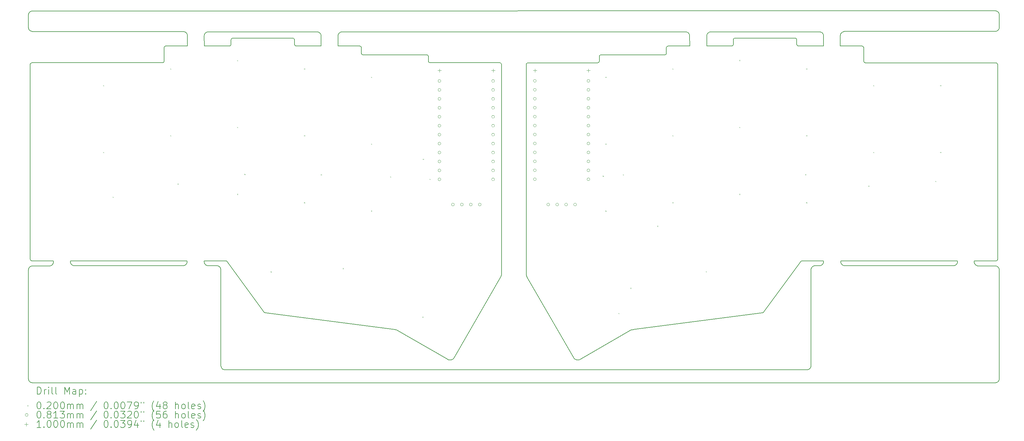
<source format=gbr>
%TF.GenerationSoftware,KiCad,Pcbnew,8.0.3*%
%TF.CreationDate,2024-06-14T22:13:30-03:00*%
%TF.ProjectId,corne-cherry,636f726e-652d-4636-9865-7272792e6b69,3.0.1*%
%TF.SameCoordinates,Original*%
%TF.FileFunction,Drillmap*%
%TF.FilePolarity,Positive*%
%FSLAX45Y45*%
G04 Gerber Fmt 4.5, Leading zero omitted, Abs format (unit mm)*
G04 Created by KiCad (PCBNEW 8.0.3) date 2024-06-14 22:13:30*
%MOMM*%
%LPD*%
G01*
G04 APERTURE LIST*
%ADD10C,0.200000*%
%ADD11C,0.100000*%
G04 APERTURE END LIST*
D10*
X1780750Y-8302031D02*
X1781250Y-8325000D01*
X1781250Y-8325000D02*
X1781230Y-8325200D01*
X1781230Y-8325200D02*
X1781230Y-8325200D01*
X1781230Y-8325200D02*
X1778960Y-8348300D01*
X1778960Y-8348300D02*
X1778960Y-8348300D01*
X1778960Y-8348300D02*
X1778960Y-8348300D01*
X1778960Y-8348300D02*
X1778960Y-8348400D01*
X1778960Y-8348400D02*
X1778860Y-8348800D01*
X1778860Y-8348800D02*
X1778770Y-8349300D01*
X1778770Y-8349300D02*
X1772080Y-8371400D01*
X1772080Y-8371400D02*
X1772060Y-8371500D01*
X1772060Y-8371500D02*
X1771880Y-8371900D01*
X1771880Y-8371900D02*
X1771700Y-8372400D01*
X1771700Y-8372400D02*
X1760820Y-8392800D01*
X1760820Y-8392800D02*
X1760790Y-8392900D01*
X1760790Y-8392900D02*
X1760540Y-8393200D01*
X1760540Y-8393200D02*
X1760280Y-8393600D01*
X1760280Y-8393600D02*
X1745640Y-8411600D01*
X1745640Y-8411600D02*
X1745640Y-8411600D01*
X1745640Y-8411600D02*
X1745640Y-8411600D01*
X1745640Y-8411600D02*
X1745590Y-8411600D01*
X1745590Y-8411600D02*
X1745270Y-8412000D01*
X1745270Y-8412000D02*
X1744950Y-8412300D01*
X1744950Y-8412300D02*
X1727090Y-8427100D01*
X1727090Y-8427100D02*
X1727040Y-8427100D01*
X1727040Y-8427100D02*
X1726660Y-8427300D01*
X1726660Y-8427300D02*
X1726280Y-8427600D01*
X1726280Y-8427600D02*
X1705900Y-8438600D01*
X1705900Y-8438600D02*
X1705900Y-8438600D01*
X1705900Y-8438600D02*
X1705900Y-8438600D01*
X1705900Y-8438600D02*
X1705830Y-8438700D01*
X1705830Y-8438700D02*
X1705420Y-8438800D01*
X1705420Y-8438800D02*
X1705000Y-8439000D01*
X1705000Y-8439000D02*
X1682860Y-8445900D01*
X1682860Y-8445900D02*
X1682790Y-8445900D01*
X1682790Y-8445900D02*
X1682350Y-8446000D01*
X1682350Y-8446000D02*
X1681900Y-8446000D01*
X1681900Y-8446000D02*
X1658850Y-8448500D01*
X1658850Y-8448500D02*
X1658780Y-8448500D01*
X1658780Y-8448500D02*
X1658560Y-8448500D01*
X1658560Y-8448500D02*
X1658350Y-8448500D01*
X1658350Y-8448500D02*
X1657750Y-8448500D01*
X1657750Y-8448500D02*
X1657740Y-8448500D01*
X1657740Y-8448500D02*
X1182520Y-8448500D01*
X1182520Y-8448500D02*
X1181940Y-8448500D01*
X1181940Y-8448500D02*
X1159630Y-8450800D01*
X1159630Y-8450800D02*
X1138430Y-8457400D01*
X1138430Y-8457400D02*
X1118910Y-8468000D01*
X1118910Y-8468000D02*
X1101800Y-8482100D01*
X1101800Y-8482100D02*
X1087780Y-8499300D01*
X1087780Y-8499300D02*
X1077360Y-8518900D01*
X1077360Y-8518900D02*
X1070940Y-8540200D01*
X1070940Y-8540200D02*
X1068750Y-8562500D01*
X1068750Y-11649700D02*
X1068750Y-11650300D01*
X1068750Y-11650300D02*
X1071100Y-11672600D01*
X1071100Y-11672600D02*
X1077660Y-11693800D01*
X1077660Y-11693800D02*
X1088220Y-11713300D01*
X1088220Y-11713300D02*
X1102360Y-11730400D01*
X1102360Y-11730400D02*
X1119570Y-11744500D01*
X1119570Y-11744500D02*
X1139160Y-11754900D01*
X1139160Y-11754900D02*
X1160410Y-11761300D01*
X1160410Y-11761300D02*
X1182740Y-11763500D01*
X1182740Y-11763500D02*
X28505750Y-11762600D01*
X28505550Y-1203850D02*
X1182520Y-1204750D01*
X1182520Y-1204750D02*
X1181940Y-1204750D01*
X1181940Y-1204750D02*
X1159630Y-1207100D01*
X1159630Y-1207100D02*
X1138430Y-1213660D01*
X1138430Y-1213660D02*
X1118910Y-1224220D01*
X1118910Y-1224220D02*
X1101800Y-1238370D01*
X1101800Y-1238370D02*
X1087780Y-1255570D01*
X1087780Y-1255570D02*
X1077360Y-1275160D01*
X1077360Y-1275160D02*
X1070940Y-1296410D01*
X1070940Y-1296410D02*
X1068750Y-1318750D01*
X1068750Y-1318750D02*
X1068750Y-1674730D01*
X1068750Y-1674730D02*
X1068750Y-1675310D01*
X1068750Y-1675310D02*
X1071100Y-1697620D01*
X1071100Y-1697620D02*
X1077660Y-1718820D01*
X1077660Y-1718820D02*
X1088220Y-1738350D01*
X1088220Y-1738350D02*
X1102360Y-1755450D01*
X1102360Y-1755450D02*
X1119570Y-1769480D01*
X1119570Y-1769480D02*
X1139160Y-1779900D01*
X1139160Y-1779900D02*
X1160410Y-1786310D01*
X1160410Y-1786310D02*
X1182740Y-1788500D01*
X1182740Y-1788500D02*
X5457740Y-1788500D01*
X5457740Y-1788500D02*
X5457990Y-1788530D01*
X5457990Y-1788530D02*
X5457990Y-1788530D01*
X5457990Y-1788530D02*
X5481050Y-1790790D01*
X5481050Y-1790790D02*
X5481050Y-1790790D01*
X5481050Y-1790790D02*
X5481050Y-1790790D01*
X5481050Y-1790790D02*
X5481120Y-1790790D01*
X5481120Y-1790790D02*
X5481560Y-1790890D01*
X5481560Y-1790890D02*
X5482010Y-1790980D01*
X5482010Y-1790980D02*
X5504200Y-1797680D01*
X5504200Y-1797680D02*
X5504260Y-1797700D01*
X5504260Y-1797700D02*
X5504680Y-1797870D01*
X5504680Y-1797870D02*
X5505100Y-1798050D01*
X5505100Y-1798050D02*
X5525560Y-1808930D01*
X5525560Y-1808930D02*
X5525560Y-1808930D01*
X5525560Y-1808930D02*
X5525560Y-1808930D01*
X5525560Y-1808930D02*
X5525620Y-1808960D01*
X5525620Y-1808960D02*
X5526000Y-1809220D01*
X5526000Y-1809220D02*
X5526380Y-1809470D01*
X5526380Y-1809470D02*
X5544340Y-1824120D01*
X5544340Y-1824120D02*
X5544390Y-1824160D01*
X5544390Y-1824160D02*
X5544700Y-1824480D01*
X5544700Y-1824480D02*
X5545030Y-1824800D01*
X5545030Y-1824800D02*
X5559800Y-1842660D01*
X5559800Y-1842660D02*
X5559840Y-1842710D01*
X5559840Y-1842710D02*
X5560090Y-1843090D01*
X5560090Y-1843090D02*
X5560350Y-1843470D01*
X5560350Y-1843470D02*
X5571370Y-1863860D01*
X5571370Y-1863860D02*
X5571370Y-1863860D01*
X5571370Y-1863860D02*
X5571370Y-1863860D01*
X5571370Y-1863860D02*
X5571400Y-1863920D01*
X5571400Y-1863920D02*
X5571570Y-1864340D01*
X5571570Y-1864340D02*
X5571750Y-1864760D01*
X5571750Y-1864760D02*
X5578600Y-1886900D01*
X5578600Y-1886900D02*
X5578620Y-1886960D01*
X5578620Y-1886960D02*
X5578710Y-1887410D01*
X5578710Y-1887410D02*
X5578800Y-1887850D01*
X5578800Y-1887850D02*
X5581220Y-1910900D01*
X5581220Y-1910900D02*
X5581230Y-1910970D01*
X5581230Y-1910970D02*
X5581220Y-1911190D01*
X5581220Y-1911190D02*
X5581250Y-1911410D01*
X5581250Y-1911410D02*
X5581250Y-1912000D01*
X5581250Y-1912000D02*
X5581250Y-1912010D01*
X5581250Y-1912010D02*
X5581750Y-2202025D01*
X6055750Y-8302107D02*
X6056250Y-8324700D01*
X6056250Y-8324700D02*
X6056250Y-8325300D01*
X6056250Y-8325300D02*
X6058600Y-8347600D01*
X6058600Y-8347600D02*
X6065160Y-8368800D01*
X6065160Y-8368800D02*
X6075720Y-8388300D01*
X6075720Y-8388300D02*
X6089860Y-8405400D01*
X6089860Y-8405400D02*
X6107070Y-8419500D01*
X6107070Y-8419500D02*
X6126660Y-8429900D01*
X6126660Y-8429900D02*
X6147910Y-8436300D01*
X6147910Y-8436300D02*
X6170240Y-8438500D01*
X6170240Y-8438500D02*
X6407740Y-8438500D01*
X6407740Y-8438500D02*
X6407990Y-8438500D01*
X6407990Y-8438500D02*
X6407990Y-8438500D01*
X6407990Y-8438500D02*
X6431050Y-8440800D01*
X6431050Y-8440800D02*
X6431050Y-8440800D01*
X6431050Y-8440800D02*
X6431050Y-8440800D01*
X6431050Y-8440800D02*
X6431120Y-8440800D01*
X6431120Y-8440800D02*
X6431560Y-8440900D01*
X6431560Y-8440900D02*
X6432010Y-8441000D01*
X6432010Y-8441000D02*
X6454200Y-8447700D01*
X6454200Y-8447700D02*
X6454260Y-8447700D01*
X6454260Y-8447700D02*
X6454680Y-8447900D01*
X6454680Y-8447900D02*
X6455100Y-8448000D01*
X6455100Y-8448000D02*
X6475560Y-8458900D01*
X6475560Y-8458900D02*
X6475560Y-8458900D01*
X6475560Y-8458900D02*
X6475560Y-8458900D01*
X6475560Y-8458900D02*
X6475620Y-8459000D01*
X6475620Y-8459000D02*
X6476000Y-8459200D01*
X6476000Y-8459200D02*
X6476380Y-8459500D01*
X6476380Y-8459500D02*
X6494340Y-8474100D01*
X6494340Y-8474100D02*
X6494390Y-8474200D01*
X6494390Y-8474200D02*
X6494700Y-8474500D01*
X6494700Y-8474500D02*
X6495030Y-8474800D01*
X6495030Y-8474800D02*
X6509800Y-8492700D01*
X6509800Y-8492700D02*
X6509840Y-8492700D01*
X6509840Y-8492700D02*
X6510090Y-8493100D01*
X6510090Y-8493100D02*
X6510350Y-8493500D01*
X6510350Y-8493500D02*
X6521370Y-8513900D01*
X6521370Y-8513900D02*
X6521370Y-8513900D01*
X6521370Y-8513900D02*
X6521370Y-8513900D01*
X6521370Y-8513900D02*
X6521400Y-8513900D01*
X6521400Y-8513900D02*
X6521570Y-8514300D01*
X6521570Y-8514300D02*
X6521750Y-8514800D01*
X6521750Y-8514800D02*
X6528600Y-8536900D01*
X6528600Y-8536900D02*
X6528620Y-8537000D01*
X6528620Y-8537000D02*
X6528710Y-8537400D01*
X6528710Y-8537400D02*
X6528800Y-8537900D01*
X6528800Y-8537900D02*
X6531220Y-8560900D01*
X6531220Y-8560900D02*
X6531230Y-8561000D01*
X6531230Y-8561000D02*
X6531220Y-8561200D01*
X6531220Y-8561200D02*
X6531250Y-8561400D01*
X6531250Y-8561400D02*
X6531250Y-8562000D01*
X6531250Y-8562000D02*
X6531250Y-8562000D01*
X6531250Y-8562000D02*
X6531250Y-11279700D01*
X6531250Y-11279700D02*
X6531250Y-11280300D01*
X6531250Y-11280300D02*
X6533600Y-11302600D01*
X6533600Y-11302600D02*
X6540160Y-11323800D01*
X6540160Y-11323800D02*
X6550720Y-11343300D01*
X6550720Y-11343300D02*
X6564860Y-11360400D01*
X6564860Y-11360400D02*
X6582070Y-11374500D01*
X6582070Y-11374500D02*
X6601660Y-11384900D01*
X6601660Y-11384900D02*
X6622910Y-11391300D01*
X6622910Y-11391300D02*
X6645240Y-11393500D01*
X6645450Y-11393400D02*
X23161950Y-11392600D01*
X19718050Y-1797600D02*
X9970050Y-1798500D01*
X9970050Y-1798500D02*
X9969450Y-1798500D01*
X9969450Y-1798500D02*
X9947150Y-1800850D01*
X9947150Y-1800850D02*
X9925950Y-1807410D01*
X9925950Y-1807410D02*
X9906450Y-1817970D01*
X9906450Y-1817970D02*
X9889350Y-1832120D01*
X9889350Y-1832120D02*
X9875250Y-1849320D01*
X9875250Y-1849320D02*
X9864850Y-1868910D01*
X9864850Y-1868910D02*
X9858450Y-1890160D01*
X9858450Y-1890160D02*
X9856250Y-1912500D01*
X9856250Y-1912500D02*
X9856750Y-2201873D01*
X2256750Y-8302031D02*
X2256250Y-8324700D01*
X2256250Y-8324700D02*
X2256250Y-8325300D01*
X2256250Y-8325300D02*
X2258600Y-8347600D01*
X2258600Y-8347600D02*
X2265160Y-8368800D01*
X2265160Y-8368800D02*
X2275720Y-8388300D01*
X2275720Y-8388300D02*
X2289860Y-8405400D01*
X2289860Y-8405400D02*
X2307070Y-8419500D01*
X2307070Y-8419500D02*
X2326660Y-8429900D01*
X2326660Y-8429900D02*
X2347910Y-8436300D01*
X2347910Y-8436300D02*
X2370240Y-8438500D01*
X2370240Y-8438500D02*
X5457480Y-8438500D01*
X5457480Y-8438500D02*
X5458060Y-8438500D01*
X5458060Y-8438500D02*
X5480370Y-8436200D01*
X5480370Y-8436200D02*
X5501570Y-8429600D01*
X5501570Y-8429600D02*
X5521090Y-8419000D01*
X5521090Y-8419000D02*
X5538200Y-8404900D01*
X5538200Y-8404900D02*
X5552220Y-8387700D01*
X5552220Y-8387700D02*
X5562640Y-8368100D01*
X5562640Y-8368100D02*
X5569060Y-8346800D01*
X5569060Y-8346800D02*
X5571250Y-8324500D01*
X5571250Y-8324500D02*
X5571750Y-8302031D01*
X9372750Y-2202025D02*
X9371250Y-1912270D01*
X9371250Y-1912270D02*
X9371250Y-1911690D01*
X9371250Y-1911690D02*
X9368900Y-1889380D01*
X9368900Y-1889380D02*
X9362340Y-1868180D01*
X9362340Y-1868180D02*
X9351780Y-1848660D01*
X9351780Y-1848660D02*
X9337630Y-1831560D01*
X9337630Y-1831560D02*
X9320430Y-1817530D01*
X9320430Y-1817530D02*
X9300840Y-1807110D01*
X9300840Y-1807110D02*
X9279590Y-1800690D01*
X9279590Y-1800690D02*
X9257260Y-1798500D01*
X9257260Y-1798500D02*
X6170020Y-1798500D01*
X6170020Y-1798500D02*
X6169440Y-1798500D01*
X6169440Y-1798500D02*
X6147130Y-1800850D01*
X6147130Y-1800850D02*
X6125930Y-1807410D01*
X6125930Y-1807410D02*
X6106410Y-1817970D01*
X6106410Y-1817970D02*
X6089300Y-1832120D01*
X6089300Y-1832120D02*
X6075280Y-1849320D01*
X6075280Y-1849320D02*
X6064860Y-1868910D01*
X6064860Y-1868910D02*
X6058440Y-1890160D01*
X6058440Y-1890160D02*
X6056250Y-1912500D01*
X6056250Y-1912500D02*
X6057750Y-2201873D01*
X1068750Y-8562500D02*
X1068750Y-11649700D01*
X23631750Y-2202673D02*
X23631950Y-1911370D01*
X23631950Y-1911370D02*
X23631950Y-1910790D01*
X23631950Y-1910790D02*
X23629650Y-1888480D01*
X23629650Y-1888480D02*
X23623050Y-1867280D01*
X23623050Y-1867280D02*
X23612550Y-1847760D01*
X23612550Y-1847760D02*
X23598350Y-1830660D01*
X23598350Y-1830660D02*
X23581150Y-1816630D01*
X23581150Y-1816630D02*
X23561550Y-1806210D01*
X23561550Y-1806210D02*
X23540350Y-1799790D01*
X23540350Y-1799790D02*
X23518050Y-1797600D01*
X23518050Y-1797600D02*
X20430750Y-1797600D01*
X20430750Y-1797600D02*
X20430150Y-1797600D01*
X20430150Y-1797600D02*
X20407850Y-1799950D01*
X20407850Y-1799950D02*
X20386650Y-1806510D01*
X20386650Y-1806510D02*
X20367150Y-1817070D01*
X20367150Y-1817070D02*
X20350050Y-1831220D01*
X20350050Y-1831220D02*
X20336050Y-1848420D01*
X20336050Y-1848420D02*
X20325650Y-1868010D01*
X20325650Y-1868010D02*
X20319150Y-1889260D01*
X20319150Y-1889260D02*
X20317050Y-1911600D01*
X20317050Y-1911600D02*
X20316750Y-2202825D01*
X28030250Y-8447600D02*
X28007150Y-8445300D01*
X28586450Y-11729000D02*
X28600450Y-11711800D01*
X19781150Y-1816630D02*
X19761550Y-1806210D01*
X19798350Y-1830660D02*
X19781150Y-1816630D01*
X28619450Y-8560800D02*
X28619550Y-11648600D01*
X19832750Y-2202673D02*
X19831950Y-1911370D01*
X19831950Y-1911370D02*
X19831950Y-1910790D01*
X19831950Y-1910790D02*
X19829650Y-1888480D01*
X19829650Y-1888480D02*
X19823050Y-1867280D01*
X19823050Y-1867280D02*
X19812550Y-1847760D01*
X19812550Y-1847760D02*
X19798350Y-1830660D01*
X19761550Y-1806210D02*
X19740350Y-1799790D01*
X19740350Y-1799790D02*
X19718050Y-1797600D01*
X24117750Y-8302731D02*
X24117050Y-8323800D01*
X24117050Y-8323800D02*
X24117050Y-8324400D01*
X24117050Y-8324400D02*
X24119350Y-8346700D01*
X24119350Y-8346700D02*
X24125950Y-8367900D01*
X24125950Y-8367900D02*
X24136450Y-8387400D01*
X24136450Y-8387400D02*
X24150650Y-8404500D01*
X24150650Y-8404500D02*
X24167850Y-8418600D01*
X24167850Y-8418600D02*
X24187450Y-8429000D01*
X24187450Y-8429000D02*
X24208650Y-8435400D01*
X24208650Y-8435400D02*
X24230950Y-8437600D01*
X24230950Y-8437600D02*
X27318250Y-8437600D01*
X27318250Y-8437600D02*
X27318850Y-8437600D01*
X27318850Y-8437600D02*
X27341150Y-8435300D01*
X27341150Y-8435300D02*
X27362350Y-8428700D01*
X27362350Y-8428700D02*
X27381850Y-8418100D01*
X27381850Y-8418100D02*
X27398950Y-8404000D01*
X27398950Y-8404000D02*
X27412950Y-8386800D01*
X27412950Y-8386800D02*
X27423350Y-8367200D01*
X27423350Y-8367200D02*
X27429850Y-8345900D01*
X27429850Y-8345900D02*
X27431950Y-8323600D01*
X27431950Y-8323600D02*
X27432750Y-8302731D01*
X23161950Y-11392600D02*
X23162550Y-11392600D01*
X23162550Y-11392600D02*
X23184850Y-11390300D01*
X23184850Y-11390300D02*
X23206050Y-11383700D01*
X23206050Y-11383700D02*
X23225550Y-11373100D01*
X23225550Y-11373100D02*
X23242650Y-11359000D01*
X23242650Y-11359000D02*
X23256750Y-11341800D01*
X23256750Y-11341800D02*
X23267150Y-11322200D01*
X23267150Y-11322200D02*
X23273550Y-11300900D01*
X23273550Y-11300900D02*
X23275750Y-11278600D01*
X23275750Y-11278600D02*
X23275750Y-8561100D01*
X23275750Y-8561100D02*
X23275750Y-8560900D01*
X23275750Y-8560900D02*
X23275750Y-8560900D01*
X23275750Y-8560900D02*
X23278050Y-8537800D01*
X23278050Y-8537800D02*
X23278050Y-8537800D01*
X23278050Y-8537800D02*
X23278050Y-8537800D01*
X23278050Y-8537800D02*
X23278050Y-8537700D01*
X23278050Y-8537700D02*
X23278150Y-8537300D01*
X23278150Y-8537300D02*
X23278250Y-8536800D01*
X23278250Y-8536800D02*
X23284950Y-8514700D01*
X23284950Y-8514700D02*
X23284950Y-8514600D01*
X23284950Y-8514600D02*
X23285150Y-8514200D01*
X23285150Y-8514200D02*
X23285250Y-8513800D01*
X23285250Y-8513800D02*
X23296150Y-8493300D01*
X23296150Y-8493300D02*
X23296150Y-8493300D01*
X23296150Y-8493300D02*
X23296150Y-8493300D01*
X23296150Y-8493300D02*
X23296250Y-8493200D01*
X23296250Y-8493200D02*
X23296450Y-8492900D01*
X23296450Y-8492900D02*
X23296750Y-8492500D01*
X23296750Y-8492500D02*
X23311350Y-8474500D01*
X23311350Y-8474500D02*
X23311450Y-8474500D01*
X23311450Y-8474500D02*
X23311750Y-8474100D01*
X23311750Y-8474100D02*
X23312050Y-8473800D01*
X23312050Y-8473800D02*
X23329950Y-8459100D01*
X23329950Y-8459100D02*
X23329950Y-8459000D01*
X23329950Y-8459000D02*
X23330350Y-8458800D01*
X23330350Y-8458800D02*
X23330750Y-8458500D01*
X23330750Y-8458500D02*
X23351150Y-8447500D01*
X23351150Y-8447500D02*
X23351150Y-8447500D01*
X23351150Y-8447500D02*
X23351150Y-8447500D01*
X23351150Y-8447500D02*
X23351150Y-8447400D01*
X23351150Y-8447400D02*
X23351550Y-8447300D01*
X23351550Y-8447300D02*
X23352050Y-8447100D01*
X23352050Y-8447100D02*
X23374150Y-8440300D01*
X23374150Y-8440300D02*
X23374150Y-8440300D01*
X23374150Y-8440300D02*
X23374250Y-8440200D01*
X23374250Y-8440200D02*
X23374650Y-8440100D01*
X23374650Y-8440100D02*
X23375050Y-8440100D01*
X23375050Y-8440100D02*
X23398150Y-8437600D01*
X23398150Y-8437600D02*
X23398250Y-8437600D01*
X23398250Y-8437600D02*
X23398450Y-8437600D01*
X23398450Y-8437600D02*
X23398650Y-8437600D01*
X23398650Y-8437600D02*
X23399250Y-8437600D01*
X23399250Y-8437600D02*
X23399250Y-8437600D01*
X23399250Y-8437600D02*
X23518250Y-8437600D01*
X23518250Y-8437600D02*
X23518850Y-8437600D01*
X23518850Y-8437600D02*
X23541150Y-8435300D01*
X23541150Y-8435300D02*
X23562350Y-8428700D01*
X23562350Y-8428700D02*
X23581850Y-8418100D01*
X23581850Y-8418100D02*
X23598950Y-8404000D01*
X23598950Y-8404000D02*
X23612950Y-8386800D01*
X23612950Y-8386800D02*
X23623350Y-8367200D01*
X23623350Y-8367200D02*
X23629850Y-8345900D01*
X23629850Y-8345900D02*
X23632050Y-8323600D01*
X23632050Y-8323600D02*
X23632750Y-8302807D01*
X24109250Y-1887730D02*
X24109350Y-1887290D01*
X24109350Y-1887290D02*
X24109450Y-1886840D01*
X24109450Y-1886840D02*
X24116150Y-1864650D01*
X24116150Y-1864650D02*
X24116150Y-1864590D01*
X24116150Y-1864590D02*
X24116350Y-1864170D01*
X24116350Y-1864170D02*
X24116550Y-1863750D01*
X24116550Y-1863750D02*
X24127450Y-1843290D01*
X24127450Y-1843290D02*
X24127450Y-1843290D01*
X24127450Y-1843290D02*
X24127450Y-1843290D01*
X24127450Y-1843290D02*
X24127450Y-1843230D01*
X24127450Y-1843230D02*
X24127750Y-1842850D01*
X24127750Y-1842850D02*
X24127950Y-1842480D01*
X24127950Y-1842480D02*
X24142650Y-1824520D01*
X24142650Y-1824520D02*
X24142650Y-1824460D01*
X24142650Y-1824460D02*
X24142950Y-1824150D01*
X24142950Y-1824150D02*
X24143350Y-1823820D01*
X24143350Y-1823820D02*
X24161150Y-1809050D01*
X24161150Y-1809050D02*
X24161250Y-1809010D01*
X24161250Y-1809010D02*
X24161550Y-1808760D01*
X24161550Y-1808760D02*
X24161950Y-1808510D01*
X24161950Y-1808510D02*
X24182350Y-1797480D01*
X24182350Y-1797480D02*
X24182350Y-1797480D01*
X24182350Y-1797480D02*
X24182350Y-1797480D01*
X24182350Y-1797480D02*
X24182450Y-1797450D01*
X24182450Y-1797450D02*
X24182850Y-1797280D01*
X24182850Y-1797280D02*
X24183250Y-1797100D01*
X24183250Y-1797100D02*
X24205350Y-1790250D01*
X24205350Y-1790250D02*
X24205350Y-1790250D01*
X24205350Y-1790250D02*
X24205450Y-1790230D01*
X24205450Y-1790230D02*
X24205950Y-1790150D01*
X24205950Y-1790150D02*
X24206350Y-1790050D01*
X24206350Y-1790050D02*
X24229350Y-1787630D01*
X24229350Y-1787630D02*
X24229450Y-1787630D01*
X24229450Y-1787630D02*
X24229650Y-1787630D01*
X24229650Y-1787630D02*
X24229950Y-1787600D01*
X24229950Y-1787600D02*
X24230450Y-1787600D01*
X24230450Y-1787600D02*
X24230550Y-1787600D01*
X24230550Y-1787600D02*
X28505750Y-1787600D01*
X28505750Y-1787600D02*
X28506350Y-1787600D01*
X28506350Y-1787600D02*
X28528650Y-1785260D01*
X28528650Y-1785260D02*
X28549850Y-1778690D01*
X28549850Y-1778690D02*
X28569350Y-1768140D01*
X28569350Y-1768140D02*
X28586450Y-1753990D01*
X28586450Y-1753990D02*
X28600450Y-1736790D01*
X28600450Y-1736790D02*
X28610850Y-1717190D01*
X28610850Y-1717190D02*
X28617350Y-1695940D01*
X28617350Y-1695940D02*
X28619550Y-1673610D01*
X28619550Y-1673610D02*
X28619450Y-1317620D01*
X28619450Y-1317620D02*
X28619450Y-1317040D01*
X28619450Y-1317040D02*
X28617150Y-1294730D01*
X28617150Y-1294730D02*
X28610550Y-1273530D01*
X28610550Y-1273530D02*
X28600050Y-1254010D01*
X28600050Y-1254010D02*
X28585850Y-1236910D01*
X28585850Y-1236910D02*
X28568650Y-1222880D01*
X28568650Y-1222880D02*
X28549050Y-1212460D01*
X28549050Y-1212460D02*
X28527850Y-1206040D01*
X28527850Y-1206040D02*
X28505550Y-1203850D01*
X24107750Y-2202825D02*
X24106950Y-1911110D01*
X24106950Y-1911110D02*
X24107050Y-1910860D01*
X24107050Y-1910860D02*
X24109250Y-1887800D01*
X24109250Y-1887800D02*
X24109250Y-1887800D01*
X24109250Y-1887800D02*
X24109250Y-1887800D01*
X24109250Y-1887800D02*
X24109250Y-1887730D01*
X27907050Y-8325100D02*
X27907050Y-8324900D01*
X27907050Y-8324900D02*
X27907050Y-8324700D01*
X27907050Y-8324700D02*
X27907050Y-8324100D01*
X27907050Y-8324100D02*
X27906950Y-8324100D01*
X27906950Y-8324100D02*
X27907750Y-8302807D01*
X27916550Y-8371300D02*
X27909650Y-8349200D01*
X27909650Y-8349200D02*
X27909650Y-8349100D01*
X27909650Y-8349100D02*
X27909550Y-8348700D01*
X27909550Y-8348700D02*
X27909450Y-8348300D01*
X27909450Y-8348300D02*
X27907050Y-8325200D01*
X27907050Y-8325200D02*
X27907050Y-8325100D01*
X28505750Y-11762600D02*
X28506350Y-11762600D01*
X28506350Y-11762600D02*
X28528650Y-11760300D01*
X28528650Y-11760300D02*
X28549850Y-11753700D01*
X28549850Y-11753700D02*
X28569350Y-11743100D01*
X28569350Y-11743100D02*
X28586450Y-11729000D01*
X28600450Y-11711800D02*
X28610850Y-11692200D01*
X28610850Y-11692200D02*
X28617350Y-11670900D01*
X28617350Y-11670900D02*
X28619550Y-11648600D01*
X28619450Y-8560800D02*
X28617150Y-8538500D01*
X28617150Y-8538500D02*
X28610550Y-8517300D01*
X28610550Y-8517300D02*
X28600050Y-8497800D01*
X28600050Y-8497800D02*
X28585850Y-8480700D01*
X28585850Y-8480700D02*
X28568650Y-8466600D01*
X28568650Y-8466600D02*
X28549050Y-8456200D01*
X28549050Y-8456200D02*
X28527850Y-8449800D01*
X28527850Y-8449800D02*
X28505550Y-8447600D01*
X28505550Y-8447600D02*
X28030550Y-8447600D01*
X28030550Y-8447600D02*
X28030250Y-8447600D01*
X28030250Y-8447600D02*
X28030250Y-8447600D01*
X28007150Y-8445300D02*
X28007150Y-8445300D01*
X28007150Y-8445300D02*
X28007150Y-8445300D01*
X28007150Y-8445300D02*
X28007150Y-8445300D01*
X28007150Y-8445300D02*
X28006650Y-8445200D01*
X28006650Y-8445200D02*
X28006250Y-8445100D01*
X28006250Y-8445100D02*
X27984050Y-8438400D01*
X27984050Y-8438400D02*
X27983950Y-8438400D01*
X27983950Y-8438400D02*
X27983550Y-8438200D01*
X27983550Y-8438200D02*
X27983150Y-8438100D01*
X27983150Y-8438100D02*
X27962650Y-8427200D01*
X27962650Y-8427200D02*
X27962650Y-8427200D01*
X27962650Y-8427200D02*
X27962650Y-8427100D01*
X27962650Y-8427100D02*
X27962250Y-8426900D01*
X27962250Y-8426900D02*
X27961850Y-8426600D01*
X27961850Y-8426600D02*
X27943950Y-8412000D01*
X27943950Y-8412000D02*
X27943950Y-8412000D01*
X27943950Y-8412000D02*
X27943950Y-8412000D01*
X27943950Y-8412000D02*
X27943850Y-8411900D01*
X27943850Y-8411900D02*
X27943550Y-8411600D01*
X27943550Y-8411600D02*
X27943250Y-8411300D01*
X27943250Y-8411300D02*
X27928450Y-8393400D01*
X27928450Y-8393400D02*
X27928450Y-8393400D01*
X27928450Y-8393400D02*
X27928150Y-8393000D01*
X27928150Y-8393000D02*
X27927950Y-8392600D01*
X27927950Y-8392600D02*
X27916850Y-8372200D01*
X27916850Y-8372200D02*
X27916850Y-8372200D01*
X27916850Y-8372200D02*
X27916850Y-8372200D01*
X27916850Y-8372200D02*
X27916850Y-8372200D01*
X27916850Y-8372200D02*
X27916650Y-8371800D01*
X27916650Y-8371800D02*
X27916550Y-8371300D01*
X18162950Y-10267800D02*
X18183119Y-10262377D01*
X18203571Y-10258200D01*
X18224248Y-10255278D01*
X18228406Y-10254846D01*
X15218179Y-8762572D02*
X15209231Y-8744685D01*
X15201683Y-8723223D01*
X15197065Y-8700959D01*
X15195456Y-8678190D01*
X15195470Y-8675323D01*
X19170618Y-2402571D02*
X19170618Y-2252711D01*
X17320484Y-2452609D02*
X19120580Y-2452609D01*
X15195470Y-2727817D02*
X15200402Y-2706148D01*
X15213664Y-2689248D01*
X15232967Y-2679406D01*
X15245458Y-2677830D01*
X15195522Y-2727690D02*
X15195522Y-8675095D01*
X24117750Y-8302731D02*
X27432750Y-8302731D01*
X28570463Y-2727817D02*
X28570640Y-8252693D01*
X24820588Y-2677653D02*
X28520450Y-2677830D01*
X21120574Y-1977629D02*
X22820594Y-1977629D01*
X21070536Y-2152635D02*
X21070536Y-2027667D01*
X19220656Y-2202673D02*
X19832750Y-2202673D01*
X18162950Y-10267800D02*
X16733542Y-11093908D01*
X17270700Y-2502647D02*
X17270471Y-2627818D01*
X17270471Y-2502824D02*
X17275397Y-2481146D01*
X17288657Y-2464238D01*
X17307962Y-2454390D01*
X17320458Y-2452812D01*
X24770550Y-2252711D02*
X24770550Y-2627615D01*
X22920670Y-2202673D02*
X23631750Y-2202673D01*
X22870632Y-2027667D02*
X22870632Y-2152635D01*
X15245559Y-2677653D02*
X17220459Y-2677830D01*
X28570463Y-8252820D02*
X28565527Y-8274496D01*
X28552258Y-8291398D01*
X28532947Y-8301236D01*
X28520451Y-8302807D01*
X28520451Y-8302807D02*
X28520450Y-8302807D01*
X28520450Y-2677830D02*
X28542128Y-2682755D01*
X28559037Y-2696015D01*
X28568885Y-2715322D01*
X28570463Y-2727817D01*
X28570463Y-2727817D02*
X28570463Y-2727817D01*
X24820461Y-2677830D02*
X24798783Y-2672905D01*
X24781874Y-2659644D01*
X24772026Y-2640338D01*
X24770449Y-2627843D01*
X24770449Y-2627843D02*
X24770449Y-2627818D01*
X24720462Y-2202825D02*
X24742131Y-2207758D01*
X24759030Y-2221019D01*
X24768873Y-2240321D01*
X24770449Y-2252813D01*
X22920466Y-2202825D02*
X22898788Y-2197900D01*
X22881880Y-2184640D01*
X22872032Y-2165333D01*
X22870454Y-2152838D01*
X22870454Y-2152838D02*
X22870454Y-2152813D01*
X22820467Y-1977807D02*
X22842143Y-1982743D01*
X22859045Y-1996012D01*
X22868883Y-2015323D01*
X22870454Y-2027819D01*
X22870454Y-2027819D02*
X22870454Y-2027819D01*
X21070459Y-2027819D02*
X21075384Y-2006141D01*
X21088645Y-1989232D01*
X21107951Y-1979384D01*
X21120447Y-1977807D01*
X21120447Y-1977807D02*
X21120447Y-1977807D01*
X21070459Y-2152813D02*
X21065534Y-2174491D01*
X21052274Y-2191400D01*
X21032967Y-2201248D01*
X21020472Y-2202825D01*
X21020472Y-2202825D02*
X21020447Y-2202825D01*
X19170465Y-2252813D02*
X19175398Y-2231143D01*
X19188659Y-2214244D01*
X19207961Y-2204401D01*
X19220452Y-2202825D01*
X19170465Y-2402825D02*
X19165529Y-2424500D01*
X19152260Y-2441402D01*
X19132949Y-2451241D01*
X19120453Y-2452812D01*
X16540730Y-11055961D02*
X15218128Y-8762725D01*
X16541040Y-11056423D02*
X16540730Y-11055961D01*
X16733542Y-11093908D02*
X16715136Y-11104387D01*
X16695861Y-11111787D01*
X16676044Y-11116172D01*
X16656010Y-11117605D01*
X16629527Y-11115034D01*
X16604014Y-11107479D01*
X16585982Y-11098634D01*
X16569258Y-11087133D01*
X16554168Y-11073042D01*
X16541040Y-11056423D01*
X21895451Y-9777809D02*
X18228406Y-10254846D01*
X21930807Y-9763179D02*
X21913452Y-9774462D01*
X21895451Y-9777809D01*
X22985109Y-8317463D02*
X21930807Y-9763179D01*
X17270471Y-2627818D02*
X17265546Y-2649496D01*
X17252285Y-2666405D01*
X17232978Y-2676253D01*
X17220483Y-2677830D01*
X17220483Y-2677830D02*
X17220459Y-2677830D01*
X6669034Y-8302007D02*
X6055750Y-8302107D01*
X1169050Y-8302007D02*
X1780750Y-8302031D01*
X4969038Y-2202025D02*
X5581750Y-2202025D01*
X8669053Y-2202025D02*
X9372750Y-2202025D01*
X12469017Y-2677030D02*
X12469041Y-2677030D01*
X12419029Y-2627018D02*
X12423954Y-2648696D01*
X12437215Y-2665605D01*
X12456521Y-2675453D01*
X12469017Y-2677030D01*
X6704390Y-8316663D02*
X7758693Y-9762379D01*
X7794049Y-9777009D02*
X11461094Y-10254046D01*
X12955958Y-11093108D02*
X12974364Y-11103587D01*
X12993639Y-11110987D01*
X13013456Y-11115372D01*
X13033490Y-11116805D01*
X13059973Y-11114234D01*
X13085486Y-11106679D01*
X13103518Y-11097834D01*
X13120242Y-11086333D01*
X13135332Y-11072242D01*
X13148460Y-11055623D01*
X13148460Y-11055623D02*
X13148770Y-11055161D01*
X13148770Y-11055161D02*
X14471372Y-8761925D01*
X10519035Y-2402025D02*
X10523971Y-2423700D01*
X10537240Y-2440602D01*
X10556551Y-2450441D01*
X10569047Y-2452012D01*
X10519035Y-2252013D02*
X10514102Y-2230343D01*
X10500841Y-2213444D01*
X10481539Y-2203601D01*
X10469048Y-2202025D01*
X8669028Y-2202025D02*
X8669053Y-2202025D01*
X8619041Y-2152013D02*
X8623966Y-2173691D01*
X8637226Y-2190600D01*
X8656533Y-2200448D01*
X8669028Y-2202025D01*
X8569053Y-1977007D02*
X8569053Y-1977007D01*
X8619041Y-2027019D02*
X8614116Y-2005341D01*
X8600855Y-1988432D01*
X8581549Y-1978584D01*
X8569053Y-1977007D01*
X6819046Y-2027019D02*
X6819046Y-2027019D01*
X6869033Y-1977007D02*
X6847357Y-1981943D01*
X6830455Y-1995212D01*
X6820616Y-2014523D01*
X6819046Y-2027019D01*
X6819046Y-2152038D02*
X6819046Y-2152013D01*
X6769033Y-2202025D02*
X6790712Y-2197100D01*
X6807620Y-2183840D01*
X6817468Y-2164533D01*
X6819046Y-2152038D01*
X4969038Y-2202025D02*
X4947369Y-2206958D01*
X4930469Y-2220219D01*
X4920627Y-2239521D01*
X4919051Y-2252013D01*
X4919051Y-2627043D02*
X4919051Y-2627018D01*
X4869039Y-2677030D02*
X4890717Y-2672105D01*
X4907626Y-2658844D01*
X4917474Y-2639538D01*
X4919051Y-2627043D01*
X1119037Y-2727017D02*
X1119037Y-2727017D01*
X1169050Y-2677030D02*
X1147372Y-2681955D01*
X1130463Y-2695215D01*
X1120615Y-2714522D01*
X1119037Y-2727017D01*
X1169049Y-8302007D02*
X1169050Y-8302007D01*
X1119037Y-8252020D02*
X1123973Y-8273696D01*
X1137242Y-8290598D01*
X1156553Y-8300436D01*
X1169049Y-8302007D01*
X14443940Y-2676853D02*
X12469041Y-2677030D01*
X6819046Y-2027019D02*
X6818868Y-2151835D01*
X6768830Y-2201873D02*
X6057750Y-2201873D01*
X4918950Y-2251911D02*
X4918950Y-2626815D01*
X12419029Y-2502024D02*
X12414103Y-2480346D01*
X12400843Y-2463438D01*
X12381538Y-2453590D01*
X12369042Y-2452012D01*
X12418800Y-2501847D02*
X12419029Y-2627018D01*
X11526550Y-10267000D02*
X12955958Y-11093108D01*
X10468844Y-2201873D02*
X9856750Y-2201873D01*
X8618964Y-2151835D02*
X8618964Y-2026867D01*
X8568926Y-1976829D02*
X6868906Y-1976829D01*
X4868912Y-2676853D02*
X1169050Y-2677030D01*
X1119037Y-2727017D02*
X1118860Y-8251893D01*
X5571750Y-8302031D02*
X2256750Y-8302031D01*
X14493978Y-2726890D02*
X14493978Y-8674295D01*
X14494030Y-2727017D02*
X14489097Y-2705348D01*
X14475836Y-2688448D01*
X14456533Y-2678606D01*
X14444042Y-2677030D01*
X12369016Y-2451809D02*
X10568920Y-2451809D01*
X10518882Y-2401771D02*
X10518882Y-2251911D01*
X14471321Y-8761772D02*
X14480269Y-8743885D01*
X14487817Y-8722423D01*
X14492435Y-8700159D01*
X14494044Y-8677390D01*
X14494030Y-8674523D01*
X22985109Y-8317463D02*
X23002462Y-8306165D01*
X23020466Y-8302807D01*
X7758693Y-9762379D02*
X7776048Y-9773662D01*
X7794049Y-9777009D01*
X6704390Y-8316663D02*
X6687037Y-8305365D01*
X6669034Y-8302007D01*
X11526550Y-10267000D02*
X11506380Y-10261577D01*
X11485928Y-10257400D01*
X11465252Y-10254478D01*
X11461094Y-10254046D01*
X21020447Y-2202825D02*
X20316750Y-2202825D01*
X23020466Y-8302807D02*
X23632750Y-8302807D01*
X24720462Y-2202825D02*
X24107750Y-2202825D01*
X28520450Y-8302807D02*
X27907750Y-8302807D01*
D11*
X3192250Y-3314000D02*
X3212250Y-3334000D01*
X3212250Y-3314000D02*
X3192250Y-3334000D01*
X3192250Y-5214000D02*
X3212250Y-5234000D01*
X3212250Y-5214000D02*
X3192250Y-5234000D01*
X3461250Y-6479000D02*
X3481250Y-6499000D01*
X3481250Y-6479000D02*
X3461250Y-6499000D01*
X5092250Y-2839000D02*
X5112250Y-2859000D01*
X5112250Y-2839000D02*
X5092250Y-2859000D01*
X5092250Y-4739000D02*
X5112250Y-4759000D01*
X5112250Y-4739000D02*
X5092250Y-4759000D01*
X5302750Y-6107458D02*
X5322750Y-6127458D01*
X5322750Y-6107458D02*
X5302750Y-6127458D01*
X6992250Y-2601500D02*
X7012250Y-2621500D01*
X7012250Y-2601500D02*
X6992250Y-2621500D01*
X6992250Y-4501500D02*
X7012250Y-4521500D01*
X7012250Y-4501500D02*
X6992250Y-4521500D01*
X6992250Y-6401500D02*
X7012250Y-6421500D01*
X7012250Y-6401500D02*
X6992250Y-6421500D01*
X7198713Y-5834963D02*
X7218713Y-5854963D01*
X7218713Y-5834963D02*
X7198713Y-5854963D01*
X7942250Y-8601500D02*
X7962250Y-8621500D01*
X7962250Y-8601500D02*
X7942250Y-8621500D01*
X8892250Y-2839000D02*
X8912250Y-2859000D01*
X8912250Y-2839000D02*
X8892250Y-2859000D01*
X8892250Y-4739000D02*
X8912250Y-4759000D01*
X8912250Y-4739000D02*
X8892250Y-4759000D01*
X8892250Y-6639000D02*
X8912250Y-6659000D01*
X8912250Y-6639000D02*
X8892250Y-6659000D01*
X9366750Y-5844000D02*
X9386750Y-5864000D01*
X9386750Y-5844000D02*
X9366750Y-5864000D01*
X9990750Y-8510500D02*
X10010750Y-8530500D01*
X10010750Y-8510500D02*
X9990750Y-8530500D01*
X10792250Y-3076500D02*
X10812250Y-3096500D01*
X10812250Y-3076500D02*
X10792250Y-3096500D01*
X10792250Y-4976500D02*
X10812250Y-4996500D01*
X10812250Y-4976500D02*
X10792250Y-4996500D01*
X10792250Y-6876500D02*
X10812250Y-6896500D01*
X10812250Y-6876500D02*
X10792250Y-6896500D01*
X11335250Y-5907500D02*
X11355250Y-5927500D01*
X11355250Y-5907500D02*
X11335250Y-5927500D01*
X12250750Y-9890500D02*
X12270750Y-9910500D01*
X12270750Y-9890500D02*
X12250750Y-9910500D01*
X12260750Y-5408000D02*
X12280750Y-5428000D01*
X12280750Y-5408000D02*
X12260750Y-5428000D01*
X12450750Y-5971000D02*
X12470750Y-5991000D01*
X12470750Y-5971000D02*
X12450750Y-5991000D01*
X17367750Y-5885060D02*
X17387750Y-5905060D01*
X17387750Y-5885060D02*
X17367750Y-5905060D01*
X17442250Y-3076500D02*
X17462250Y-3096500D01*
X17462250Y-3076500D02*
X17442250Y-3096500D01*
X17442950Y-4976000D02*
X17462950Y-4996000D01*
X17462950Y-4976000D02*
X17442950Y-4996000D01*
X17442950Y-6876000D02*
X17462950Y-6896000D01*
X17462950Y-6876000D02*
X17442950Y-6896000D01*
X17812250Y-9781000D02*
X17832250Y-9801000D01*
X17832250Y-9781000D02*
X17812250Y-9801000D01*
X17939250Y-5844000D02*
X17959250Y-5864000D01*
X17959250Y-5844000D02*
X17939250Y-5864000D01*
X18151352Y-9068028D02*
X18171352Y-9088028D01*
X18171352Y-9068028D02*
X18151352Y-9088028D01*
X18910750Y-7308000D02*
X18930750Y-7328000D01*
X18930750Y-7308000D02*
X18910750Y-7328000D01*
X19342950Y-2838500D02*
X19362950Y-2858500D01*
X19362950Y-2838500D02*
X19342950Y-2858500D01*
X19342950Y-4738500D02*
X19362950Y-4758500D01*
X19362950Y-4738500D02*
X19342950Y-4758500D01*
X19342950Y-6638500D02*
X19362950Y-6658500D01*
X19362950Y-6638500D02*
X19342950Y-6658500D01*
X20292950Y-8601000D02*
X20312950Y-8621000D01*
X20312950Y-8601000D02*
X20292950Y-8621000D01*
X21242950Y-2601000D02*
X21262950Y-2621000D01*
X21262950Y-2601000D02*
X21242950Y-2621000D01*
X21242950Y-4501000D02*
X21262950Y-4521000D01*
X21262950Y-4501000D02*
X21242950Y-4521000D01*
X21242950Y-6401000D02*
X21262950Y-6421000D01*
X21262950Y-6401000D02*
X21242950Y-6421000D01*
X23113445Y-5841305D02*
X23133445Y-5861305D01*
X23133445Y-5841305D02*
X23113445Y-5861305D01*
X23142950Y-2838500D02*
X23162950Y-2858500D01*
X23162950Y-2838500D02*
X23142950Y-2858500D01*
X23142950Y-4738500D02*
X23162950Y-4758500D01*
X23162950Y-4738500D02*
X23142950Y-4758500D01*
X23142950Y-6638500D02*
X23162950Y-6658500D01*
X23162950Y-6638500D02*
X23142950Y-6658500D01*
X24902697Y-6166053D02*
X24922697Y-6186053D01*
X24922697Y-6166053D02*
X24902697Y-6186053D01*
X25042950Y-3313500D02*
X25062950Y-3333500D01*
X25062950Y-3313500D02*
X25042950Y-3333500D01*
X25042950Y-5213500D02*
X25062950Y-5233500D01*
X25062950Y-5213500D02*
X25042950Y-5233500D01*
X26800750Y-6034500D02*
X26820750Y-6054500D01*
X26820750Y-6034500D02*
X26800750Y-6054500D01*
X26942950Y-3313500D02*
X26962950Y-3333500D01*
X26962950Y-3313500D02*
X26942950Y-3333500D01*
X26942950Y-5213500D02*
X26962950Y-5233500D01*
X26962950Y-5213500D02*
X26942950Y-5233500D01*
X12772190Y-3194200D02*
G75*
G02*
X12690910Y-3194200I-40640J0D01*
G01*
X12690910Y-3194200D02*
G75*
G02*
X12772190Y-3194200I40640J0D01*
G01*
X12772190Y-3448200D02*
G75*
G02*
X12690910Y-3448200I-40640J0D01*
G01*
X12690910Y-3448200D02*
G75*
G02*
X12772190Y-3448200I40640J0D01*
G01*
X12772190Y-3702200D02*
G75*
G02*
X12690910Y-3702200I-40640J0D01*
G01*
X12690910Y-3702200D02*
G75*
G02*
X12772190Y-3702200I40640J0D01*
G01*
X12772190Y-3956200D02*
G75*
G02*
X12690910Y-3956200I-40640J0D01*
G01*
X12690910Y-3956200D02*
G75*
G02*
X12772190Y-3956200I40640J0D01*
G01*
X12772190Y-4210200D02*
G75*
G02*
X12690910Y-4210200I-40640J0D01*
G01*
X12690910Y-4210200D02*
G75*
G02*
X12772190Y-4210200I40640J0D01*
G01*
X12772190Y-4464200D02*
G75*
G02*
X12690910Y-4464200I-40640J0D01*
G01*
X12690910Y-4464200D02*
G75*
G02*
X12772190Y-4464200I40640J0D01*
G01*
X12772190Y-4718200D02*
G75*
G02*
X12690910Y-4718200I-40640J0D01*
G01*
X12690910Y-4718200D02*
G75*
G02*
X12772190Y-4718200I40640J0D01*
G01*
X12772190Y-4972200D02*
G75*
G02*
X12690910Y-4972200I-40640J0D01*
G01*
X12690910Y-4972200D02*
G75*
G02*
X12772190Y-4972200I40640J0D01*
G01*
X12772190Y-5226200D02*
G75*
G02*
X12690910Y-5226200I-40640J0D01*
G01*
X12690910Y-5226200D02*
G75*
G02*
X12772190Y-5226200I40640J0D01*
G01*
X12772190Y-5480200D02*
G75*
G02*
X12690910Y-5480200I-40640J0D01*
G01*
X12690910Y-5480200D02*
G75*
G02*
X12772190Y-5480200I40640J0D01*
G01*
X12772190Y-5734200D02*
G75*
G02*
X12690910Y-5734200I-40640J0D01*
G01*
X12690910Y-5734200D02*
G75*
G02*
X12772190Y-5734200I40640J0D01*
G01*
X12772190Y-5988200D02*
G75*
G02*
X12690910Y-5988200I-40640J0D01*
G01*
X12690910Y-5988200D02*
G75*
G02*
X12772190Y-5988200I40640J0D01*
G01*
X13153050Y-6702000D02*
G75*
G02*
X13071770Y-6702000I-40640J0D01*
G01*
X13071770Y-6702000D02*
G75*
G02*
X13153050Y-6702000I40640J0D01*
G01*
X13407050Y-6702000D02*
G75*
G02*
X13325770Y-6702000I-40640J0D01*
G01*
X13325770Y-6702000D02*
G75*
G02*
X13407050Y-6702000I40640J0D01*
G01*
X13661050Y-6702000D02*
G75*
G02*
X13579770Y-6702000I-40640J0D01*
G01*
X13579770Y-6702000D02*
G75*
G02*
X13661050Y-6702000I40640J0D01*
G01*
X13915050Y-6702000D02*
G75*
G02*
X13833770Y-6702000I-40640J0D01*
G01*
X13833770Y-6702000D02*
G75*
G02*
X13915050Y-6702000I40640J0D01*
G01*
X14294190Y-3194200D02*
G75*
G02*
X14212910Y-3194200I-40640J0D01*
G01*
X14212910Y-3194200D02*
G75*
G02*
X14294190Y-3194200I40640J0D01*
G01*
X14294190Y-3448200D02*
G75*
G02*
X14212910Y-3448200I-40640J0D01*
G01*
X14212910Y-3448200D02*
G75*
G02*
X14294190Y-3448200I40640J0D01*
G01*
X14294190Y-3702200D02*
G75*
G02*
X14212910Y-3702200I-40640J0D01*
G01*
X14212910Y-3702200D02*
G75*
G02*
X14294190Y-3702200I40640J0D01*
G01*
X14294190Y-3956200D02*
G75*
G02*
X14212910Y-3956200I-40640J0D01*
G01*
X14212910Y-3956200D02*
G75*
G02*
X14294190Y-3956200I40640J0D01*
G01*
X14294190Y-4210200D02*
G75*
G02*
X14212910Y-4210200I-40640J0D01*
G01*
X14212910Y-4210200D02*
G75*
G02*
X14294190Y-4210200I40640J0D01*
G01*
X14294190Y-4464200D02*
G75*
G02*
X14212910Y-4464200I-40640J0D01*
G01*
X14212910Y-4464200D02*
G75*
G02*
X14294190Y-4464200I40640J0D01*
G01*
X14294190Y-4718200D02*
G75*
G02*
X14212910Y-4718200I-40640J0D01*
G01*
X14212910Y-4718200D02*
G75*
G02*
X14294190Y-4718200I40640J0D01*
G01*
X14294190Y-4972200D02*
G75*
G02*
X14212910Y-4972200I-40640J0D01*
G01*
X14212910Y-4972200D02*
G75*
G02*
X14294190Y-4972200I40640J0D01*
G01*
X14294190Y-5226200D02*
G75*
G02*
X14212910Y-5226200I-40640J0D01*
G01*
X14212910Y-5226200D02*
G75*
G02*
X14294190Y-5226200I40640J0D01*
G01*
X14294190Y-5480200D02*
G75*
G02*
X14212910Y-5480200I-40640J0D01*
G01*
X14212910Y-5480200D02*
G75*
G02*
X14294190Y-5480200I40640J0D01*
G01*
X14294190Y-5734200D02*
G75*
G02*
X14212910Y-5734200I-40640J0D01*
G01*
X14212910Y-5734200D02*
G75*
G02*
X14294190Y-5734200I40640J0D01*
G01*
X14294190Y-5988200D02*
G75*
G02*
X14212910Y-5988200I-40640J0D01*
G01*
X14212910Y-5988200D02*
G75*
G02*
X14294190Y-5988200I40640J0D01*
G01*
X15478530Y-3191200D02*
G75*
G02*
X15397250Y-3191200I-40640J0D01*
G01*
X15397250Y-3191200D02*
G75*
G02*
X15478530Y-3191200I40640J0D01*
G01*
X15478530Y-3445200D02*
G75*
G02*
X15397250Y-3445200I-40640J0D01*
G01*
X15397250Y-3445200D02*
G75*
G02*
X15478530Y-3445200I40640J0D01*
G01*
X15478530Y-3699200D02*
G75*
G02*
X15397250Y-3699200I-40640J0D01*
G01*
X15397250Y-3699200D02*
G75*
G02*
X15478530Y-3699200I40640J0D01*
G01*
X15478530Y-3953200D02*
G75*
G02*
X15397250Y-3953200I-40640J0D01*
G01*
X15397250Y-3953200D02*
G75*
G02*
X15478530Y-3953200I40640J0D01*
G01*
X15478530Y-4207200D02*
G75*
G02*
X15397250Y-4207200I-40640J0D01*
G01*
X15397250Y-4207200D02*
G75*
G02*
X15478530Y-4207200I40640J0D01*
G01*
X15478530Y-4461200D02*
G75*
G02*
X15397250Y-4461200I-40640J0D01*
G01*
X15397250Y-4461200D02*
G75*
G02*
X15478530Y-4461200I40640J0D01*
G01*
X15478530Y-4715200D02*
G75*
G02*
X15397250Y-4715200I-40640J0D01*
G01*
X15397250Y-4715200D02*
G75*
G02*
X15478530Y-4715200I40640J0D01*
G01*
X15478530Y-4969200D02*
G75*
G02*
X15397250Y-4969200I-40640J0D01*
G01*
X15397250Y-4969200D02*
G75*
G02*
X15478530Y-4969200I40640J0D01*
G01*
X15478530Y-5223200D02*
G75*
G02*
X15397250Y-5223200I-40640J0D01*
G01*
X15397250Y-5223200D02*
G75*
G02*
X15478530Y-5223200I40640J0D01*
G01*
X15478530Y-5477200D02*
G75*
G02*
X15397250Y-5477200I-40640J0D01*
G01*
X15397250Y-5477200D02*
G75*
G02*
X15478530Y-5477200I40640J0D01*
G01*
X15478530Y-5731200D02*
G75*
G02*
X15397250Y-5731200I-40640J0D01*
G01*
X15397250Y-5731200D02*
G75*
G02*
X15478530Y-5731200I40640J0D01*
G01*
X15478530Y-5985200D02*
G75*
G02*
X15397250Y-5985200I-40640J0D01*
G01*
X15397250Y-5985200D02*
G75*
G02*
X15478530Y-5985200I40640J0D01*
G01*
X15859390Y-6702000D02*
G75*
G02*
X15778110Y-6702000I-40640J0D01*
G01*
X15778110Y-6702000D02*
G75*
G02*
X15859390Y-6702000I40640J0D01*
G01*
X16113390Y-6702000D02*
G75*
G02*
X16032110Y-6702000I-40640J0D01*
G01*
X16032110Y-6702000D02*
G75*
G02*
X16113390Y-6702000I40640J0D01*
G01*
X16367390Y-6702000D02*
G75*
G02*
X16286110Y-6702000I-40640J0D01*
G01*
X16286110Y-6702000D02*
G75*
G02*
X16367390Y-6702000I40640J0D01*
G01*
X16621390Y-6702000D02*
G75*
G02*
X16540110Y-6702000I-40640J0D01*
G01*
X16540110Y-6702000D02*
G75*
G02*
X16621390Y-6702000I40640J0D01*
G01*
X17000530Y-3191200D02*
G75*
G02*
X16919250Y-3191200I-40640J0D01*
G01*
X16919250Y-3191200D02*
G75*
G02*
X17000530Y-3191200I40640J0D01*
G01*
X17000530Y-3445200D02*
G75*
G02*
X16919250Y-3445200I-40640J0D01*
G01*
X16919250Y-3445200D02*
G75*
G02*
X17000530Y-3445200I40640J0D01*
G01*
X17000530Y-3699200D02*
G75*
G02*
X16919250Y-3699200I-40640J0D01*
G01*
X16919250Y-3699200D02*
G75*
G02*
X17000530Y-3699200I40640J0D01*
G01*
X17000530Y-3953200D02*
G75*
G02*
X16919250Y-3953200I-40640J0D01*
G01*
X16919250Y-3953200D02*
G75*
G02*
X17000530Y-3953200I40640J0D01*
G01*
X17000530Y-4207200D02*
G75*
G02*
X16919250Y-4207200I-40640J0D01*
G01*
X16919250Y-4207200D02*
G75*
G02*
X17000530Y-4207200I40640J0D01*
G01*
X17000530Y-4461200D02*
G75*
G02*
X16919250Y-4461200I-40640J0D01*
G01*
X16919250Y-4461200D02*
G75*
G02*
X17000530Y-4461200I40640J0D01*
G01*
X17000530Y-4715200D02*
G75*
G02*
X16919250Y-4715200I-40640J0D01*
G01*
X16919250Y-4715200D02*
G75*
G02*
X17000530Y-4715200I40640J0D01*
G01*
X17000530Y-4969200D02*
G75*
G02*
X16919250Y-4969200I-40640J0D01*
G01*
X16919250Y-4969200D02*
G75*
G02*
X17000530Y-4969200I40640J0D01*
G01*
X17000530Y-5223200D02*
G75*
G02*
X16919250Y-5223200I-40640J0D01*
G01*
X16919250Y-5223200D02*
G75*
G02*
X17000530Y-5223200I40640J0D01*
G01*
X17000530Y-5477200D02*
G75*
G02*
X16919250Y-5477200I-40640J0D01*
G01*
X16919250Y-5477200D02*
G75*
G02*
X17000530Y-5477200I40640J0D01*
G01*
X17000530Y-5731200D02*
G75*
G02*
X16919250Y-5731200I-40640J0D01*
G01*
X16919250Y-5731200D02*
G75*
G02*
X17000530Y-5731200I40640J0D01*
G01*
X17000530Y-5985200D02*
G75*
G02*
X16919250Y-5985200I-40640J0D01*
G01*
X16919250Y-5985200D02*
G75*
G02*
X17000530Y-5985200I40640J0D01*
G01*
X12734050Y-2847440D02*
X12734050Y-2947440D01*
X12684050Y-2897440D02*
X12784050Y-2897440D01*
X14256050Y-2847440D02*
X14256050Y-2947440D01*
X14206050Y-2897440D02*
X14306050Y-2897440D01*
X15440390Y-2847440D02*
X15440390Y-2947440D01*
X15390390Y-2897440D02*
X15490390Y-2897440D01*
X16959890Y-2847440D02*
X16959890Y-2947440D01*
X16909890Y-2897440D02*
X17009890Y-2897440D01*
D10*
X1319527Y-12084984D02*
X1319527Y-11884984D01*
X1319527Y-11884984D02*
X1367146Y-11884984D01*
X1367146Y-11884984D02*
X1395717Y-11894508D01*
X1395717Y-11894508D02*
X1414765Y-11913555D01*
X1414765Y-11913555D02*
X1424289Y-11932603D01*
X1424289Y-11932603D02*
X1433812Y-11970698D01*
X1433812Y-11970698D02*
X1433812Y-11999269D01*
X1433812Y-11999269D02*
X1424289Y-12037365D01*
X1424289Y-12037365D02*
X1414765Y-12056412D01*
X1414765Y-12056412D02*
X1395717Y-12075460D01*
X1395717Y-12075460D02*
X1367146Y-12084984D01*
X1367146Y-12084984D02*
X1319527Y-12084984D01*
X1519527Y-12084984D02*
X1519527Y-11951650D01*
X1519527Y-11989746D02*
X1529051Y-11970698D01*
X1529051Y-11970698D02*
X1538574Y-11961174D01*
X1538574Y-11961174D02*
X1557622Y-11951650D01*
X1557622Y-11951650D02*
X1576670Y-11951650D01*
X1643336Y-12084984D02*
X1643336Y-11951650D01*
X1643336Y-11884984D02*
X1633812Y-11894508D01*
X1633812Y-11894508D02*
X1643336Y-11904031D01*
X1643336Y-11904031D02*
X1652860Y-11894508D01*
X1652860Y-11894508D02*
X1643336Y-11884984D01*
X1643336Y-11884984D02*
X1643336Y-11904031D01*
X1767146Y-12084984D02*
X1748098Y-12075460D01*
X1748098Y-12075460D02*
X1738574Y-12056412D01*
X1738574Y-12056412D02*
X1738574Y-11884984D01*
X1871908Y-12084984D02*
X1852860Y-12075460D01*
X1852860Y-12075460D02*
X1843336Y-12056412D01*
X1843336Y-12056412D02*
X1843336Y-11884984D01*
X2100479Y-12084984D02*
X2100479Y-11884984D01*
X2100479Y-11884984D02*
X2167146Y-12027841D01*
X2167146Y-12027841D02*
X2233813Y-11884984D01*
X2233813Y-11884984D02*
X2233813Y-12084984D01*
X2414765Y-12084984D02*
X2414765Y-11980222D01*
X2414765Y-11980222D02*
X2405241Y-11961174D01*
X2405241Y-11961174D02*
X2386194Y-11951650D01*
X2386194Y-11951650D02*
X2348098Y-11951650D01*
X2348098Y-11951650D02*
X2329051Y-11961174D01*
X2414765Y-12075460D02*
X2395717Y-12084984D01*
X2395717Y-12084984D02*
X2348098Y-12084984D01*
X2348098Y-12084984D02*
X2329051Y-12075460D01*
X2329051Y-12075460D02*
X2319527Y-12056412D01*
X2319527Y-12056412D02*
X2319527Y-12037365D01*
X2319527Y-12037365D02*
X2329051Y-12018317D01*
X2329051Y-12018317D02*
X2348098Y-12008793D01*
X2348098Y-12008793D02*
X2395717Y-12008793D01*
X2395717Y-12008793D02*
X2414765Y-11999269D01*
X2510003Y-11951650D02*
X2510003Y-12151650D01*
X2510003Y-11961174D02*
X2529051Y-11951650D01*
X2529051Y-11951650D02*
X2567146Y-11951650D01*
X2567146Y-11951650D02*
X2586194Y-11961174D01*
X2586194Y-11961174D02*
X2595717Y-11970698D01*
X2595717Y-11970698D02*
X2605241Y-11989746D01*
X2605241Y-11989746D02*
X2605241Y-12046888D01*
X2605241Y-12046888D02*
X2595717Y-12065936D01*
X2595717Y-12065936D02*
X2586194Y-12075460D01*
X2586194Y-12075460D02*
X2567146Y-12084984D01*
X2567146Y-12084984D02*
X2529051Y-12084984D01*
X2529051Y-12084984D02*
X2510003Y-12075460D01*
X2690955Y-12065936D02*
X2700479Y-12075460D01*
X2700479Y-12075460D02*
X2690955Y-12084984D01*
X2690955Y-12084984D02*
X2681432Y-12075460D01*
X2681432Y-12075460D02*
X2690955Y-12065936D01*
X2690955Y-12065936D02*
X2690955Y-12084984D01*
X2690955Y-11961174D02*
X2700479Y-11970698D01*
X2700479Y-11970698D02*
X2690955Y-11980222D01*
X2690955Y-11980222D02*
X2681432Y-11970698D01*
X2681432Y-11970698D02*
X2690955Y-11961174D01*
X2690955Y-11961174D02*
X2690955Y-11980222D01*
D11*
X1038750Y-12403500D02*
X1058750Y-12423500D01*
X1058750Y-12403500D02*
X1038750Y-12423500D01*
D10*
X1357622Y-12304984D02*
X1376670Y-12304984D01*
X1376670Y-12304984D02*
X1395717Y-12314508D01*
X1395717Y-12314508D02*
X1405241Y-12324031D01*
X1405241Y-12324031D02*
X1414765Y-12343079D01*
X1414765Y-12343079D02*
X1424289Y-12381174D01*
X1424289Y-12381174D02*
X1424289Y-12428793D01*
X1424289Y-12428793D02*
X1414765Y-12466888D01*
X1414765Y-12466888D02*
X1405241Y-12485936D01*
X1405241Y-12485936D02*
X1395717Y-12495460D01*
X1395717Y-12495460D02*
X1376670Y-12504984D01*
X1376670Y-12504984D02*
X1357622Y-12504984D01*
X1357622Y-12504984D02*
X1338574Y-12495460D01*
X1338574Y-12495460D02*
X1329051Y-12485936D01*
X1329051Y-12485936D02*
X1319527Y-12466888D01*
X1319527Y-12466888D02*
X1310003Y-12428793D01*
X1310003Y-12428793D02*
X1310003Y-12381174D01*
X1310003Y-12381174D02*
X1319527Y-12343079D01*
X1319527Y-12343079D02*
X1329051Y-12324031D01*
X1329051Y-12324031D02*
X1338574Y-12314508D01*
X1338574Y-12314508D02*
X1357622Y-12304984D01*
X1510003Y-12485936D02*
X1519527Y-12495460D01*
X1519527Y-12495460D02*
X1510003Y-12504984D01*
X1510003Y-12504984D02*
X1500479Y-12495460D01*
X1500479Y-12495460D02*
X1510003Y-12485936D01*
X1510003Y-12485936D02*
X1510003Y-12504984D01*
X1595717Y-12324031D02*
X1605241Y-12314508D01*
X1605241Y-12314508D02*
X1624289Y-12304984D01*
X1624289Y-12304984D02*
X1671908Y-12304984D01*
X1671908Y-12304984D02*
X1690955Y-12314508D01*
X1690955Y-12314508D02*
X1700479Y-12324031D01*
X1700479Y-12324031D02*
X1710003Y-12343079D01*
X1710003Y-12343079D02*
X1710003Y-12362127D01*
X1710003Y-12362127D02*
X1700479Y-12390698D01*
X1700479Y-12390698D02*
X1586193Y-12504984D01*
X1586193Y-12504984D02*
X1710003Y-12504984D01*
X1833812Y-12304984D02*
X1852860Y-12304984D01*
X1852860Y-12304984D02*
X1871908Y-12314508D01*
X1871908Y-12314508D02*
X1881432Y-12324031D01*
X1881432Y-12324031D02*
X1890955Y-12343079D01*
X1890955Y-12343079D02*
X1900479Y-12381174D01*
X1900479Y-12381174D02*
X1900479Y-12428793D01*
X1900479Y-12428793D02*
X1890955Y-12466888D01*
X1890955Y-12466888D02*
X1881432Y-12485936D01*
X1881432Y-12485936D02*
X1871908Y-12495460D01*
X1871908Y-12495460D02*
X1852860Y-12504984D01*
X1852860Y-12504984D02*
X1833812Y-12504984D01*
X1833812Y-12504984D02*
X1814765Y-12495460D01*
X1814765Y-12495460D02*
X1805241Y-12485936D01*
X1805241Y-12485936D02*
X1795717Y-12466888D01*
X1795717Y-12466888D02*
X1786193Y-12428793D01*
X1786193Y-12428793D02*
X1786193Y-12381174D01*
X1786193Y-12381174D02*
X1795717Y-12343079D01*
X1795717Y-12343079D02*
X1805241Y-12324031D01*
X1805241Y-12324031D02*
X1814765Y-12314508D01*
X1814765Y-12314508D02*
X1833812Y-12304984D01*
X2024289Y-12304984D02*
X2043336Y-12304984D01*
X2043336Y-12304984D02*
X2062384Y-12314508D01*
X2062384Y-12314508D02*
X2071908Y-12324031D01*
X2071908Y-12324031D02*
X2081432Y-12343079D01*
X2081432Y-12343079D02*
X2090955Y-12381174D01*
X2090955Y-12381174D02*
X2090955Y-12428793D01*
X2090955Y-12428793D02*
X2081432Y-12466888D01*
X2081432Y-12466888D02*
X2071908Y-12485936D01*
X2071908Y-12485936D02*
X2062384Y-12495460D01*
X2062384Y-12495460D02*
X2043336Y-12504984D01*
X2043336Y-12504984D02*
X2024289Y-12504984D01*
X2024289Y-12504984D02*
X2005241Y-12495460D01*
X2005241Y-12495460D02*
X1995717Y-12485936D01*
X1995717Y-12485936D02*
X1986193Y-12466888D01*
X1986193Y-12466888D02*
X1976670Y-12428793D01*
X1976670Y-12428793D02*
X1976670Y-12381174D01*
X1976670Y-12381174D02*
X1986193Y-12343079D01*
X1986193Y-12343079D02*
X1995717Y-12324031D01*
X1995717Y-12324031D02*
X2005241Y-12314508D01*
X2005241Y-12314508D02*
X2024289Y-12304984D01*
X2176670Y-12504984D02*
X2176670Y-12371650D01*
X2176670Y-12390698D02*
X2186194Y-12381174D01*
X2186194Y-12381174D02*
X2205241Y-12371650D01*
X2205241Y-12371650D02*
X2233813Y-12371650D01*
X2233813Y-12371650D02*
X2252860Y-12381174D01*
X2252860Y-12381174D02*
X2262384Y-12400222D01*
X2262384Y-12400222D02*
X2262384Y-12504984D01*
X2262384Y-12400222D02*
X2271908Y-12381174D01*
X2271908Y-12381174D02*
X2290955Y-12371650D01*
X2290955Y-12371650D02*
X2319527Y-12371650D01*
X2319527Y-12371650D02*
X2338575Y-12381174D01*
X2338575Y-12381174D02*
X2348098Y-12400222D01*
X2348098Y-12400222D02*
X2348098Y-12504984D01*
X2443336Y-12504984D02*
X2443336Y-12371650D01*
X2443336Y-12390698D02*
X2452860Y-12381174D01*
X2452860Y-12381174D02*
X2471908Y-12371650D01*
X2471908Y-12371650D02*
X2500479Y-12371650D01*
X2500479Y-12371650D02*
X2519527Y-12381174D01*
X2519527Y-12381174D02*
X2529051Y-12400222D01*
X2529051Y-12400222D02*
X2529051Y-12504984D01*
X2529051Y-12400222D02*
X2538575Y-12381174D01*
X2538575Y-12381174D02*
X2557622Y-12371650D01*
X2557622Y-12371650D02*
X2586194Y-12371650D01*
X2586194Y-12371650D02*
X2605241Y-12381174D01*
X2605241Y-12381174D02*
X2614765Y-12400222D01*
X2614765Y-12400222D02*
X2614765Y-12504984D01*
X3005241Y-12295460D02*
X2833813Y-12552603D01*
X3262384Y-12304984D02*
X3281432Y-12304984D01*
X3281432Y-12304984D02*
X3300479Y-12314508D01*
X3300479Y-12314508D02*
X3310003Y-12324031D01*
X3310003Y-12324031D02*
X3319527Y-12343079D01*
X3319527Y-12343079D02*
X3329051Y-12381174D01*
X3329051Y-12381174D02*
X3329051Y-12428793D01*
X3329051Y-12428793D02*
X3319527Y-12466888D01*
X3319527Y-12466888D02*
X3310003Y-12485936D01*
X3310003Y-12485936D02*
X3300479Y-12495460D01*
X3300479Y-12495460D02*
X3281432Y-12504984D01*
X3281432Y-12504984D02*
X3262384Y-12504984D01*
X3262384Y-12504984D02*
X3243336Y-12495460D01*
X3243336Y-12495460D02*
X3233813Y-12485936D01*
X3233813Y-12485936D02*
X3224289Y-12466888D01*
X3224289Y-12466888D02*
X3214765Y-12428793D01*
X3214765Y-12428793D02*
X3214765Y-12381174D01*
X3214765Y-12381174D02*
X3224289Y-12343079D01*
X3224289Y-12343079D02*
X3233813Y-12324031D01*
X3233813Y-12324031D02*
X3243336Y-12314508D01*
X3243336Y-12314508D02*
X3262384Y-12304984D01*
X3414765Y-12485936D02*
X3424289Y-12495460D01*
X3424289Y-12495460D02*
X3414765Y-12504984D01*
X3414765Y-12504984D02*
X3405241Y-12495460D01*
X3405241Y-12495460D02*
X3414765Y-12485936D01*
X3414765Y-12485936D02*
X3414765Y-12504984D01*
X3548098Y-12304984D02*
X3567146Y-12304984D01*
X3567146Y-12304984D02*
X3586194Y-12314508D01*
X3586194Y-12314508D02*
X3595717Y-12324031D01*
X3595717Y-12324031D02*
X3605241Y-12343079D01*
X3605241Y-12343079D02*
X3614765Y-12381174D01*
X3614765Y-12381174D02*
X3614765Y-12428793D01*
X3614765Y-12428793D02*
X3605241Y-12466888D01*
X3605241Y-12466888D02*
X3595717Y-12485936D01*
X3595717Y-12485936D02*
X3586194Y-12495460D01*
X3586194Y-12495460D02*
X3567146Y-12504984D01*
X3567146Y-12504984D02*
X3548098Y-12504984D01*
X3548098Y-12504984D02*
X3529051Y-12495460D01*
X3529051Y-12495460D02*
X3519527Y-12485936D01*
X3519527Y-12485936D02*
X3510003Y-12466888D01*
X3510003Y-12466888D02*
X3500479Y-12428793D01*
X3500479Y-12428793D02*
X3500479Y-12381174D01*
X3500479Y-12381174D02*
X3510003Y-12343079D01*
X3510003Y-12343079D02*
X3519527Y-12324031D01*
X3519527Y-12324031D02*
X3529051Y-12314508D01*
X3529051Y-12314508D02*
X3548098Y-12304984D01*
X3738575Y-12304984D02*
X3757622Y-12304984D01*
X3757622Y-12304984D02*
X3776670Y-12314508D01*
X3776670Y-12314508D02*
X3786194Y-12324031D01*
X3786194Y-12324031D02*
X3795717Y-12343079D01*
X3795717Y-12343079D02*
X3805241Y-12381174D01*
X3805241Y-12381174D02*
X3805241Y-12428793D01*
X3805241Y-12428793D02*
X3795717Y-12466888D01*
X3795717Y-12466888D02*
X3786194Y-12485936D01*
X3786194Y-12485936D02*
X3776670Y-12495460D01*
X3776670Y-12495460D02*
X3757622Y-12504984D01*
X3757622Y-12504984D02*
X3738575Y-12504984D01*
X3738575Y-12504984D02*
X3719527Y-12495460D01*
X3719527Y-12495460D02*
X3710003Y-12485936D01*
X3710003Y-12485936D02*
X3700479Y-12466888D01*
X3700479Y-12466888D02*
X3690956Y-12428793D01*
X3690956Y-12428793D02*
X3690956Y-12381174D01*
X3690956Y-12381174D02*
X3700479Y-12343079D01*
X3700479Y-12343079D02*
X3710003Y-12324031D01*
X3710003Y-12324031D02*
X3719527Y-12314508D01*
X3719527Y-12314508D02*
X3738575Y-12304984D01*
X3871908Y-12304984D02*
X4005241Y-12304984D01*
X4005241Y-12304984D02*
X3919527Y-12504984D01*
X4090956Y-12504984D02*
X4129051Y-12504984D01*
X4129051Y-12504984D02*
X4148098Y-12495460D01*
X4148098Y-12495460D02*
X4157622Y-12485936D01*
X4157622Y-12485936D02*
X4176670Y-12457365D01*
X4176670Y-12457365D02*
X4186194Y-12419269D01*
X4186194Y-12419269D02*
X4186194Y-12343079D01*
X4186194Y-12343079D02*
X4176670Y-12324031D01*
X4176670Y-12324031D02*
X4167146Y-12314508D01*
X4167146Y-12314508D02*
X4148098Y-12304984D01*
X4148098Y-12304984D02*
X4110003Y-12304984D01*
X4110003Y-12304984D02*
X4090956Y-12314508D01*
X4090956Y-12314508D02*
X4081432Y-12324031D01*
X4081432Y-12324031D02*
X4071908Y-12343079D01*
X4071908Y-12343079D02*
X4071908Y-12390698D01*
X4071908Y-12390698D02*
X4081432Y-12409746D01*
X4081432Y-12409746D02*
X4090956Y-12419269D01*
X4090956Y-12419269D02*
X4110003Y-12428793D01*
X4110003Y-12428793D02*
X4148098Y-12428793D01*
X4148098Y-12428793D02*
X4167146Y-12419269D01*
X4167146Y-12419269D02*
X4176670Y-12409746D01*
X4176670Y-12409746D02*
X4186194Y-12390698D01*
X4262384Y-12304984D02*
X4262384Y-12343079D01*
X4338575Y-12304984D02*
X4338575Y-12343079D01*
X4633813Y-12581174D02*
X4624289Y-12571650D01*
X4624289Y-12571650D02*
X4605241Y-12543079D01*
X4605241Y-12543079D02*
X4595718Y-12524031D01*
X4595718Y-12524031D02*
X4586194Y-12495460D01*
X4586194Y-12495460D02*
X4576670Y-12447841D01*
X4576670Y-12447841D02*
X4576670Y-12409746D01*
X4576670Y-12409746D02*
X4586194Y-12362127D01*
X4586194Y-12362127D02*
X4595718Y-12333555D01*
X4595718Y-12333555D02*
X4605241Y-12314508D01*
X4605241Y-12314508D02*
X4624289Y-12285936D01*
X4624289Y-12285936D02*
X4633813Y-12276412D01*
X4795718Y-12371650D02*
X4795718Y-12504984D01*
X4748099Y-12295460D02*
X4700480Y-12438317D01*
X4700480Y-12438317D02*
X4824289Y-12438317D01*
X4929051Y-12390698D02*
X4910003Y-12381174D01*
X4910003Y-12381174D02*
X4900480Y-12371650D01*
X4900480Y-12371650D02*
X4890956Y-12352603D01*
X4890956Y-12352603D02*
X4890956Y-12343079D01*
X4890956Y-12343079D02*
X4900480Y-12324031D01*
X4900480Y-12324031D02*
X4910003Y-12314508D01*
X4910003Y-12314508D02*
X4929051Y-12304984D01*
X4929051Y-12304984D02*
X4967146Y-12304984D01*
X4967146Y-12304984D02*
X4986194Y-12314508D01*
X4986194Y-12314508D02*
X4995718Y-12324031D01*
X4995718Y-12324031D02*
X5005241Y-12343079D01*
X5005241Y-12343079D02*
X5005241Y-12352603D01*
X5005241Y-12352603D02*
X4995718Y-12371650D01*
X4995718Y-12371650D02*
X4986194Y-12381174D01*
X4986194Y-12381174D02*
X4967146Y-12390698D01*
X4967146Y-12390698D02*
X4929051Y-12390698D01*
X4929051Y-12390698D02*
X4910003Y-12400222D01*
X4910003Y-12400222D02*
X4900480Y-12409746D01*
X4900480Y-12409746D02*
X4890956Y-12428793D01*
X4890956Y-12428793D02*
X4890956Y-12466888D01*
X4890956Y-12466888D02*
X4900480Y-12485936D01*
X4900480Y-12485936D02*
X4910003Y-12495460D01*
X4910003Y-12495460D02*
X4929051Y-12504984D01*
X4929051Y-12504984D02*
X4967146Y-12504984D01*
X4967146Y-12504984D02*
X4986194Y-12495460D01*
X4986194Y-12495460D02*
X4995718Y-12485936D01*
X4995718Y-12485936D02*
X5005241Y-12466888D01*
X5005241Y-12466888D02*
X5005241Y-12428793D01*
X5005241Y-12428793D02*
X4995718Y-12409746D01*
X4995718Y-12409746D02*
X4986194Y-12400222D01*
X4986194Y-12400222D02*
X4967146Y-12390698D01*
X5243337Y-12504984D02*
X5243337Y-12304984D01*
X5329051Y-12504984D02*
X5329051Y-12400222D01*
X5329051Y-12400222D02*
X5319527Y-12381174D01*
X5319527Y-12381174D02*
X5300480Y-12371650D01*
X5300480Y-12371650D02*
X5271908Y-12371650D01*
X5271908Y-12371650D02*
X5252861Y-12381174D01*
X5252861Y-12381174D02*
X5243337Y-12390698D01*
X5452861Y-12504984D02*
X5433813Y-12495460D01*
X5433813Y-12495460D02*
X5424289Y-12485936D01*
X5424289Y-12485936D02*
X5414765Y-12466888D01*
X5414765Y-12466888D02*
X5414765Y-12409746D01*
X5414765Y-12409746D02*
X5424289Y-12390698D01*
X5424289Y-12390698D02*
X5433813Y-12381174D01*
X5433813Y-12381174D02*
X5452861Y-12371650D01*
X5452861Y-12371650D02*
X5481432Y-12371650D01*
X5481432Y-12371650D02*
X5500480Y-12381174D01*
X5500480Y-12381174D02*
X5510003Y-12390698D01*
X5510003Y-12390698D02*
X5519527Y-12409746D01*
X5519527Y-12409746D02*
X5519527Y-12466888D01*
X5519527Y-12466888D02*
X5510003Y-12485936D01*
X5510003Y-12485936D02*
X5500480Y-12495460D01*
X5500480Y-12495460D02*
X5481432Y-12504984D01*
X5481432Y-12504984D02*
X5452861Y-12504984D01*
X5633813Y-12504984D02*
X5614765Y-12495460D01*
X5614765Y-12495460D02*
X5605241Y-12476412D01*
X5605241Y-12476412D02*
X5605241Y-12304984D01*
X5786194Y-12495460D02*
X5767146Y-12504984D01*
X5767146Y-12504984D02*
X5729051Y-12504984D01*
X5729051Y-12504984D02*
X5710003Y-12495460D01*
X5710003Y-12495460D02*
X5700480Y-12476412D01*
X5700480Y-12476412D02*
X5700480Y-12400222D01*
X5700480Y-12400222D02*
X5710003Y-12381174D01*
X5710003Y-12381174D02*
X5729051Y-12371650D01*
X5729051Y-12371650D02*
X5767146Y-12371650D01*
X5767146Y-12371650D02*
X5786194Y-12381174D01*
X5786194Y-12381174D02*
X5795718Y-12400222D01*
X5795718Y-12400222D02*
X5795718Y-12419269D01*
X5795718Y-12419269D02*
X5700480Y-12438317D01*
X5871908Y-12495460D02*
X5890956Y-12504984D01*
X5890956Y-12504984D02*
X5929051Y-12504984D01*
X5929051Y-12504984D02*
X5948099Y-12495460D01*
X5948099Y-12495460D02*
X5957622Y-12476412D01*
X5957622Y-12476412D02*
X5957622Y-12466888D01*
X5957622Y-12466888D02*
X5948099Y-12447841D01*
X5948099Y-12447841D02*
X5929051Y-12438317D01*
X5929051Y-12438317D02*
X5900480Y-12438317D01*
X5900480Y-12438317D02*
X5881432Y-12428793D01*
X5881432Y-12428793D02*
X5871908Y-12409746D01*
X5871908Y-12409746D02*
X5871908Y-12400222D01*
X5871908Y-12400222D02*
X5881432Y-12381174D01*
X5881432Y-12381174D02*
X5900480Y-12371650D01*
X5900480Y-12371650D02*
X5929051Y-12371650D01*
X5929051Y-12371650D02*
X5948099Y-12381174D01*
X6024289Y-12581174D02*
X6033813Y-12571650D01*
X6033813Y-12571650D02*
X6052861Y-12543079D01*
X6052861Y-12543079D02*
X6062384Y-12524031D01*
X6062384Y-12524031D02*
X6071908Y-12495460D01*
X6071908Y-12495460D02*
X6081432Y-12447841D01*
X6081432Y-12447841D02*
X6081432Y-12409746D01*
X6081432Y-12409746D02*
X6071908Y-12362127D01*
X6071908Y-12362127D02*
X6062384Y-12333555D01*
X6062384Y-12333555D02*
X6052861Y-12314508D01*
X6052861Y-12314508D02*
X6033813Y-12285936D01*
X6033813Y-12285936D02*
X6024289Y-12276412D01*
D11*
X1058750Y-12677500D02*
G75*
G02*
X977470Y-12677500I-40640J0D01*
G01*
X977470Y-12677500D02*
G75*
G02*
X1058750Y-12677500I40640J0D01*
G01*
D10*
X1357622Y-12568984D02*
X1376670Y-12568984D01*
X1376670Y-12568984D02*
X1395717Y-12578508D01*
X1395717Y-12578508D02*
X1405241Y-12588031D01*
X1405241Y-12588031D02*
X1414765Y-12607079D01*
X1414765Y-12607079D02*
X1424289Y-12645174D01*
X1424289Y-12645174D02*
X1424289Y-12692793D01*
X1424289Y-12692793D02*
X1414765Y-12730888D01*
X1414765Y-12730888D02*
X1405241Y-12749936D01*
X1405241Y-12749936D02*
X1395717Y-12759460D01*
X1395717Y-12759460D02*
X1376670Y-12768984D01*
X1376670Y-12768984D02*
X1357622Y-12768984D01*
X1357622Y-12768984D02*
X1338574Y-12759460D01*
X1338574Y-12759460D02*
X1329051Y-12749936D01*
X1329051Y-12749936D02*
X1319527Y-12730888D01*
X1319527Y-12730888D02*
X1310003Y-12692793D01*
X1310003Y-12692793D02*
X1310003Y-12645174D01*
X1310003Y-12645174D02*
X1319527Y-12607079D01*
X1319527Y-12607079D02*
X1329051Y-12588031D01*
X1329051Y-12588031D02*
X1338574Y-12578508D01*
X1338574Y-12578508D02*
X1357622Y-12568984D01*
X1510003Y-12749936D02*
X1519527Y-12759460D01*
X1519527Y-12759460D02*
X1510003Y-12768984D01*
X1510003Y-12768984D02*
X1500479Y-12759460D01*
X1500479Y-12759460D02*
X1510003Y-12749936D01*
X1510003Y-12749936D02*
X1510003Y-12768984D01*
X1633812Y-12654698D02*
X1614765Y-12645174D01*
X1614765Y-12645174D02*
X1605241Y-12635650D01*
X1605241Y-12635650D02*
X1595717Y-12616603D01*
X1595717Y-12616603D02*
X1595717Y-12607079D01*
X1595717Y-12607079D02*
X1605241Y-12588031D01*
X1605241Y-12588031D02*
X1614765Y-12578508D01*
X1614765Y-12578508D02*
X1633812Y-12568984D01*
X1633812Y-12568984D02*
X1671908Y-12568984D01*
X1671908Y-12568984D02*
X1690955Y-12578508D01*
X1690955Y-12578508D02*
X1700479Y-12588031D01*
X1700479Y-12588031D02*
X1710003Y-12607079D01*
X1710003Y-12607079D02*
X1710003Y-12616603D01*
X1710003Y-12616603D02*
X1700479Y-12635650D01*
X1700479Y-12635650D02*
X1690955Y-12645174D01*
X1690955Y-12645174D02*
X1671908Y-12654698D01*
X1671908Y-12654698D02*
X1633812Y-12654698D01*
X1633812Y-12654698D02*
X1614765Y-12664222D01*
X1614765Y-12664222D02*
X1605241Y-12673746D01*
X1605241Y-12673746D02*
X1595717Y-12692793D01*
X1595717Y-12692793D02*
X1595717Y-12730888D01*
X1595717Y-12730888D02*
X1605241Y-12749936D01*
X1605241Y-12749936D02*
X1614765Y-12759460D01*
X1614765Y-12759460D02*
X1633812Y-12768984D01*
X1633812Y-12768984D02*
X1671908Y-12768984D01*
X1671908Y-12768984D02*
X1690955Y-12759460D01*
X1690955Y-12759460D02*
X1700479Y-12749936D01*
X1700479Y-12749936D02*
X1710003Y-12730888D01*
X1710003Y-12730888D02*
X1710003Y-12692793D01*
X1710003Y-12692793D02*
X1700479Y-12673746D01*
X1700479Y-12673746D02*
X1690955Y-12664222D01*
X1690955Y-12664222D02*
X1671908Y-12654698D01*
X1900479Y-12768984D02*
X1786193Y-12768984D01*
X1843336Y-12768984D02*
X1843336Y-12568984D01*
X1843336Y-12568984D02*
X1824289Y-12597555D01*
X1824289Y-12597555D02*
X1805241Y-12616603D01*
X1805241Y-12616603D02*
X1786193Y-12626127D01*
X1967146Y-12568984D02*
X2090955Y-12568984D01*
X2090955Y-12568984D02*
X2024289Y-12645174D01*
X2024289Y-12645174D02*
X2052860Y-12645174D01*
X2052860Y-12645174D02*
X2071908Y-12654698D01*
X2071908Y-12654698D02*
X2081432Y-12664222D01*
X2081432Y-12664222D02*
X2090955Y-12683269D01*
X2090955Y-12683269D02*
X2090955Y-12730888D01*
X2090955Y-12730888D02*
X2081432Y-12749936D01*
X2081432Y-12749936D02*
X2071908Y-12759460D01*
X2071908Y-12759460D02*
X2052860Y-12768984D01*
X2052860Y-12768984D02*
X1995717Y-12768984D01*
X1995717Y-12768984D02*
X1976670Y-12759460D01*
X1976670Y-12759460D02*
X1967146Y-12749936D01*
X2176670Y-12768984D02*
X2176670Y-12635650D01*
X2176670Y-12654698D02*
X2186194Y-12645174D01*
X2186194Y-12645174D02*
X2205241Y-12635650D01*
X2205241Y-12635650D02*
X2233813Y-12635650D01*
X2233813Y-12635650D02*
X2252860Y-12645174D01*
X2252860Y-12645174D02*
X2262384Y-12664222D01*
X2262384Y-12664222D02*
X2262384Y-12768984D01*
X2262384Y-12664222D02*
X2271908Y-12645174D01*
X2271908Y-12645174D02*
X2290955Y-12635650D01*
X2290955Y-12635650D02*
X2319527Y-12635650D01*
X2319527Y-12635650D02*
X2338575Y-12645174D01*
X2338575Y-12645174D02*
X2348098Y-12664222D01*
X2348098Y-12664222D02*
X2348098Y-12768984D01*
X2443336Y-12768984D02*
X2443336Y-12635650D01*
X2443336Y-12654698D02*
X2452860Y-12645174D01*
X2452860Y-12645174D02*
X2471908Y-12635650D01*
X2471908Y-12635650D02*
X2500479Y-12635650D01*
X2500479Y-12635650D02*
X2519527Y-12645174D01*
X2519527Y-12645174D02*
X2529051Y-12664222D01*
X2529051Y-12664222D02*
X2529051Y-12768984D01*
X2529051Y-12664222D02*
X2538575Y-12645174D01*
X2538575Y-12645174D02*
X2557622Y-12635650D01*
X2557622Y-12635650D02*
X2586194Y-12635650D01*
X2586194Y-12635650D02*
X2605241Y-12645174D01*
X2605241Y-12645174D02*
X2614765Y-12664222D01*
X2614765Y-12664222D02*
X2614765Y-12768984D01*
X3005241Y-12559460D02*
X2833813Y-12816603D01*
X3262384Y-12568984D02*
X3281432Y-12568984D01*
X3281432Y-12568984D02*
X3300479Y-12578508D01*
X3300479Y-12578508D02*
X3310003Y-12588031D01*
X3310003Y-12588031D02*
X3319527Y-12607079D01*
X3319527Y-12607079D02*
X3329051Y-12645174D01*
X3329051Y-12645174D02*
X3329051Y-12692793D01*
X3329051Y-12692793D02*
X3319527Y-12730888D01*
X3319527Y-12730888D02*
X3310003Y-12749936D01*
X3310003Y-12749936D02*
X3300479Y-12759460D01*
X3300479Y-12759460D02*
X3281432Y-12768984D01*
X3281432Y-12768984D02*
X3262384Y-12768984D01*
X3262384Y-12768984D02*
X3243336Y-12759460D01*
X3243336Y-12759460D02*
X3233813Y-12749936D01*
X3233813Y-12749936D02*
X3224289Y-12730888D01*
X3224289Y-12730888D02*
X3214765Y-12692793D01*
X3214765Y-12692793D02*
X3214765Y-12645174D01*
X3214765Y-12645174D02*
X3224289Y-12607079D01*
X3224289Y-12607079D02*
X3233813Y-12588031D01*
X3233813Y-12588031D02*
X3243336Y-12578508D01*
X3243336Y-12578508D02*
X3262384Y-12568984D01*
X3414765Y-12749936D02*
X3424289Y-12759460D01*
X3424289Y-12759460D02*
X3414765Y-12768984D01*
X3414765Y-12768984D02*
X3405241Y-12759460D01*
X3405241Y-12759460D02*
X3414765Y-12749936D01*
X3414765Y-12749936D02*
X3414765Y-12768984D01*
X3548098Y-12568984D02*
X3567146Y-12568984D01*
X3567146Y-12568984D02*
X3586194Y-12578508D01*
X3586194Y-12578508D02*
X3595717Y-12588031D01*
X3595717Y-12588031D02*
X3605241Y-12607079D01*
X3605241Y-12607079D02*
X3614765Y-12645174D01*
X3614765Y-12645174D02*
X3614765Y-12692793D01*
X3614765Y-12692793D02*
X3605241Y-12730888D01*
X3605241Y-12730888D02*
X3595717Y-12749936D01*
X3595717Y-12749936D02*
X3586194Y-12759460D01*
X3586194Y-12759460D02*
X3567146Y-12768984D01*
X3567146Y-12768984D02*
X3548098Y-12768984D01*
X3548098Y-12768984D02*
X3529051Y-12759460D01*
X3529051Y-12759460D02*
X3519527Y-12749936D01*
X3519527Y-12749936D02*
X3510003Y-12730888D01*
X3510003Y-12730888D02*
X3500479Y-12692793D01*
X3500479Y-12692793D02*
X3500479Y-12645174D01*
X3500479Y-12645174D02*
X3510003Y-12607079D01*
X3510003Y-12607079D02*
X3519527Y-12588031D01*
X3519527Y-12588031D02*
X3529051Y-12578508D01*
X3529051Y-12578508D02*
X3548098Y-12568984D01*
X3681432Y-12568984D02*
X3805241Y-12568984D01*
X3805241Y-12568984D02*
X3738575Y-12645174D01*
X3738575Y-12645174D02*
X3767146Y-12645174D01*
X3767146Y-12645174D02*
X3786194Y-12654698D01*
X3786194Y-12654698D02*
X3795717Y-12664222D01*
X3795717Y-12664222D02*
X3805241Y-12683269D01*
X3805241Y-12683269D02*
X3805241Y-12730888D01*
X3805241Y-12730888D02*
X3795717Y-12749936D01*
X3795717Y-12749936D02*
X3786194Y-12759460D01*
X3786194Y-12759460D02*
X3767146Y-12768984D01*
X3767146Y-12768984D02*
X3710003Y-12768984D01*
X3710003Y-12768984D02*
X3690956Y-12759460D01*
X3690956Y-12759460D02*
X3681432Y-12749936D01*
X3881432Y-12588031D02*
X3890956Y-12578508D01*
X3890956Y-12578508D02*
X3910003Y-12568984D01*
X3910003Y-12568984D02*
X3957622Y-12568984D01*
X3957622Y-12568984D02*
X3976670Y-12578508D01*
X3976670Y-12578508D02*
X3986194Y-12588031D01*
X3986194Y-12588031D02*
X3995717Y-12607079D01*
X3995717Y-12607079D02*
X3995717Y-12626127D01*
X3995717Y-12626127D02*
X3986194Y-12654698D01*
X3986194Y-12654698D02*
X3871908Y-12768984D01*
X3871908Y-12768984D02*
X3995717Y-12768984D01*
X4119527Y-12568984D02*
X4138575Y-12568984D01*
X4138575Y-12568984D02*
X4157622Y-12578508D01*
X4157622Y-12578508D02*
X4167146Y-12588031D01*
X4167146Y-12588031D02*
X4176670Y-12607079D01*
X4176670Y-12607079D02*
X4186194Y-12645174D01*
X4186194Y-12645174D02*
X4186194Y-12692793D01*
X4186194Y-12692793D02*
X4176670Y-12730888D01*
X4176670Y-12730888D02*
X4167146Y-12749936D01*
X4167146Y-12749936D02*
X4157622Y-12759460D01*
X4157622Y-12759460D02*
X4138575Y-12768984D01*
X4138575Y-12768984D02*
X4119527Y-12768984D01*
X4119527Y-12768984D02*
X4100479Y-12759460D01*
X4100479Y-12759460D02*
X4090956Y-12749936D01*
X4090956Y-12749936D02*
X4081432Y-12730888D01*
X4081432Y-12730888D02*
X4071908Y-12692793D01*
X4071908Y-12692793D02*
X4071908Y-12645174D01*
X4071908Y-12645174D02*
X4081432Y-12607079D01*
X4081432Y-12607079D02*
X4090956Y-12588031D01*
X4090956Y-12588031D02*
X4100479Y-12578508D01*
X4100479Y-12578508D02*
X4119527Y-12568984D01*
X4262384Y-12568984D02*
X4262384Y-12607079D01*
X4338575Y-12568984D02*
X4338575Y-12607079D01*
X4633813Y-12845174D02*
X4624289Y-12835650D01*
X4624289Y-12835650D02*
X4605241Y-12807079D01*
X4605241Y-12807079D02*
X4595718Y-12788031D01*
X4595718Y-12788031D02*
X4586194Y-12759460D01*
X4586194Y-12759460D02*
X4576670Y-12711841D01*
X4576670Y-12711841D02*
X4576670Y-12673746D01*
X4576670Y-12673746D02*
X4586194Y-12626127D01*
X4586194Y-12626127D02*
X4595718Y-12597555D01*
X4595718Y-12597555D02*
X4605241Y-12578508D01*
X4605241Y-12578508D02*
X4624289Y-12549936D01*
X4624289Y-12549936D02*
X4633813Y-12540412D01*
X4805241Y-12568984D02*
X4710003Y-12568984D01*
X4710003Y-12568984D02*
X4700480Y-12664222D01*
X4700480Y-12664222D02*
X4710003Y-12654698D01*
X4710003Y-12654698D02*
X4729051Y-12645174D01*
X4729051Y-12645174D02*
X4776670Y-12645174D01*
X4776670Y-12645174D02*
X4795718Y-12654698D01*
X4795718Y-12654698D02*
X4805241Y-12664222D01*
X4805241Y-12664222D02*
X4814765Y-12683269D01*
X4814765Y-12683269D02*
X4814765Y-12730888D01*
X4814765Y-12730888D02*
X4805241Y-12749936D01*
X4805241Y-12749936D02*
X4795718Y-12759460D01*
X4795718Y-12759460D02*
X4776670Y-12768984D01*
X4776670Y-12768984D02*
X4729051Y-12768984D01*
X4729051Y-12768984D02*
X4710003Y-12759460D01*
X4710003Y-12759460D02*
X4700480Y-12749936D01*
X4986194Y-12568984D02*
X4948099Y-12568984D01*
X4948099Y-12568984D02*
X4929051Y-12578508D01*
X4929051Y-12578508D02*
X4919527Y-12588031D01*
X4919527Y-12588031D02*
X4900480Y-12616603D01*
X4900480Y-12616603D02*
X4890956Y-12654698D01*
X4890956Y-12654698D02*
X4890956Y-12730888D01*
X4890956Y-12730888D02*
X4900480Y-12749936D01*
X4900480Y-12749936D02*
X4910003Y-12759460D01*
X4910003Y-12759460D02*
X4929051Y-12768984D01*
X4929051Y-12768984D02*
X4967146Y-12768984D01*
X4967146Y-12768984D02*
X4986194Y-12759460D01*
X4986194Y-12759460D02*
X4995718Y-12749936D01*
X4995718Y-12749936D02*
X5005241Y-12730888D01*
X5005241Y-12730888D02*
X5005241Y-12683269D01*
X5005241Y-12683269D02*
X4995718Y-12664222D01*
X4995718Y-12664222D02*
X4986194Y-12654698D01*
X4986194Y-12654698D02*
X4967146Y-12645174D01*
X4967146Y-12645174D02*
X4929051Y-12645174D01*
X4929051Y-12645174D02*
X4910003Y-12654698D01*
X4910003Y-12654698D02*
X4900480Y-12664222D01*
X4900480Y-12664222D02*
X4890956Y-12683269D01*
X5243337Y-12768984D02*
X5243337Y-12568984D01*
X5329051Y-12768984D02*
X5329051Y-12664222D01*
X5329051Y-12664222D02*
X5319527Y-12645174D01*
X5319527Y-12645174D02*
X5300480Y-12635650D01*
X5300480Y-12635650D02*
X5271908Y-12635650D01*
X5271908Y-12635650D02*
X5252861Y-12645174D01*
X5252861Y-12645174D02*
X5243337Y-12654698D01*
X5452861Y-12768984D02*
X5433813Y-12759460D01*
X5433813Y-12759460D02*
X5424289Y-12749936D01*
X5424289Y-12749936D02*
X5414765Y-12730888D01*
X5414765Y-12730888D02*
X5414765Y-12673746D01*
X5414765Y-12673746D02*
X5424289Y-12654698D01*
X5424289Y-12654698D02*
X5433813Y-12645174D01*
X5433813Y-12645174D02*
X5452861Y-12635650D01*
X5452861Y-12635650D02*
X5481432Y-12635650D01*
X5481432Y-12635650D02*
X5500480Y-12645174D01*
X5500480Y-12645174D02*
X5510003Y-12654698D01*
X5510003Y-12654698D02*
X5519527Y-12673746D01*
X5519527Y-12673746D02*
X5519527Y-12730888D01*
X5519527Y-12730888D02*
X5510003Y-12749936D01*
X5510003Y-12749936D02*
X5500480Y-12759460D01*
X5500480Y-12759460D02*
X5481432Y-12768984D01*
X5481432Y-12768984D02*
X5452861Y-12768984D01*
X5633813Y-12768984D02*
X5614765Y-12759460D01*
X5614765Y-12759460D02*
X5605241Y-12740412D01*
X5605241Y-12740412D02*
X5605241Y-12568984D01*
X5786194Y-12759460D02*
X5767146Y-12768984D01*
X5767146Y-12768984D02*
X5729051Y-12768984D01*
X5729051Y-12768984D02*
X5710003Y-12759460D01*
X5710003Y-12759460D02*
X5700480Y-12740412D01*
X5700480Y-12740412D02*
X5700480Y-12664222D01*
X5700480Y-12664222D02*
X5710003Y-12645174D01*
X5710003Y-12645174D02*
X5729051Y-12635650D01*
X5729051Y-12635650D02*
X5767146Y-12635650D01*
X5767146Y-12635650D02*
X5786194Y-12645174D01*
X5786194Y-12645174D02*
X5795718Y-12664222D01*
X5795718Y-12664222D02*
X5795718Y-12683269D01*
X5795718Y-12683269D02*
X5700480Y-12702317D01*
X5871908Y-12759460D02*
X5890956Y-12768984D01*
X5890956Y-12768984D02*
X5929051Y-12768984D01*
X5929051Y-12768984D02*
X5948099Y-12759460D01*
X5948099Y-12759460D02*
X5957622Y-12740412D01*
X5957622Y-12740412D02*
X5957622Y-12730888D01*
X5957622Y-12730888D02*
X5948099Y-12711841D01*
X5948099Y-12711841D02*
X5929051Y-12702317D01*
X5929051Y-12702317D02*
X5900480Y-12702317D01*
X5900480Y-12702317D02*
X5881432Y-12692793D01*
X5881432Y-12692793D02*
X5871908Y-12673746D01*
X5871908Y-12673746D02*
X5871908Y-12664222D01*
X5871908Y-12664222D02*
X5881432Y-12645174D01*
X5881432Y-12645174D02*
X5900480Y-12635650D01*
X5900480Y-12635650D02*
X5929051Y-12635650D01*
X5929051Y-12635650D02*
X5948099Y-12645174D01*
X6024289Y-12845174D02*
X6033813Y-12835650D01*
X6033813Y-12835650D02*
X6052861Y-12807079D01*
X6052861Y-12807079D02*
X6062384Y-12788031D01*
X6062384Y-12788031D02*
X6071908Y-12759460D01*
X6071908Y-12759460D02*
X6081432Y-12711841D01*
X6081432Y-12711841D02*
X6081432Y-12673746D01*
X6081432Y-12673746D02*
X6071908Y-12626127D01*
X6071908Y-12626127D02*
X6062384Y-12597555D01*
X6062384Y-12597555D02*
X6052861Y-12578508D01*
X6052861Y-12578508D02*
X6033813Y-12549936D01*
X6033813Y-12549936D02*
X6024289Y-12540412D01*
D11*
X1008750Y-12891500D02*
X1008750Y-12991500D01*
X958750Y-12941500D02*
X1058750Y-12941500D01*
D10*
X1424289Y-13032984D02*
X1310003Y-13032984D01*
X1367146Y-13032984D02*
X1367146Y-12832984D01*
X1367146Y-12832984D02*
X1348098Y-12861555D01*
X1348098Y-12861555D02*
X1329051Y-12880603D01*
X1329051Y-12880603D02*
X1310003Y-12890127D01*
X1510003Y-13013936D02*
X1519527Y-13023460D01*
X1519527Y-13023460D02*
X1510003Y-13032984D01*
X1510003Y-13032984D02*
X1500479Y-13023460D01*
X1500479Y-13023460D02*
X1510003Y-13013936D01*
X1510003Y-13013936D02*
X1510003Y-13032984D01*
X1643336Y-12832984D02*
X1662384Y-12832984D01*
X1662384Y-12832984D02*
X1681432Y-12842508D01*
X1681432Y-12842508D02*
X1690955Y-12852031D01*
X1690955Y-12852031D02*
X1700479Y-12871079D01*
X1700479Y-12871079D02*
X1710003Y-12909174D01*
X1710003Y-12909174D02*
X1710003Y-12956793D01*
X1710003Y-12956793D02*
X1700479Y-12994888D01*
X1700479Y-12994888D02*
X1690955Y-13013936D01*
X1690955Y-13013936D02*
X1681432Y-13023460D01*
X1681432Y-13023460D02*
X1662384Y-13032984D01*
X1662384Y-13032984D02*
X1643336Y-13032984D01*
X1643336Y-13032984D02*
X1624289Y-13023460D01*
X1624289Y-13023460D02*
X1614765Y-13013936D01*
X1614765Y-13013936D02*
X1605241Y-12994888D01*
X1605241Y-12994888D02*
X1595717Y-12956793D01*
X1595717Y-12956793D02*
X1595717Y-12909174D01*
X1595717Y-12909174D02*
X1605241Y-12871079D01*
X1605241Y-12871079D02*
X1614765Y-12852031D01*
X1614765Y-12852031D02*
X1624289Y-12842508D01*
X1624289Y-12842508D02*
X1643336Y-12832984D01*
X1833812Y-12832984D02*
X1852860Y-12832984D01*
X1852860Y-12832984D02*
X1871908Y-12842508D01*
X1871908Y-12842508D02*
X1881432Y-12852031D01*
X1881432Y-12852031D02*
X1890955Y-12871079D01*
X1890955Y-12871079D02*
X1900479Y-12909174D01*
X1900479Y-12909174D02*
X1900479Y-12956793D01*
X1900479Y-12956793D02*
X1890955Y-12994888D01*
X1890955Y-12994888D02*
X1881432Y-13013936D01*
X1881432Y-13013936D02*
X1871908Y-13023460D01*
X1871908Y-13023460D02*
X1852860Y-13032984D01*
X1852860Y-13032984D02*
X1833812Y-13032984D01*
X1833812Y-13032984D02*
X1814765Y-13023460D01*
X1814765Y-13023460D02*
X1805241Y-13013936D01*
X1805241Y-13013936D02*
X1795717Y-12994888D01*
X1795717Y-12994888D02*
X1786193Y-12956793D01*
X1786193Y-12956793D02*
X1786193Y-12909174D01*
X1786193Y-12909174D02*
X1795717Y-12871079D01*
X1795717Y-12871079D02*
X1805241Y-12852031D01*
X1805241Y-12852031D02*
X1814765Y-12842508D01*
X1814765Y-12842508D02*
X1833812Y-12832984D01*
X2024289Y-12832984D02*
X2043336Y-12832984D01*
X2043336Y-12832984D02*
X2062384Y-12842508D01*
X2062384Y-12842508D02*
X2071908Y-12852031D01*
X2071908Y-12852031D02*
X2081432Y-12871079D01*
X2081432Y-12871079D02*
X2090955Y-12909174D01*
X2090955Y-12909174D02*
X2090955Y-12956793D01*
X2090955Y-12956793D02*
X2081432Y-12994888D01*
X2081432Y-12994888D02*
X2071908Y-13013936D01*
X2071908Y-13013936D02*
X2062384Y-13023460D01*
X2062384Y-13023460D02*
X2043336Y-13032984D01*
X2043336Y-13032984D02*
X2024289Y-13032984D01*
X2024289Y-13032984D02*
X2005241Y-13023460D01*
X2005241Y-13023460D02*
X1995717Y-13013936D01*
X1995717Y-13013936D02*
X1986193Y-12994888D01*
X1986193Y-12994888D02*
X1976670Y-12956793D01*
X1976670Y-12956793D02*
X1976670Y-12909174D01*
X1976670Y-12909174D02*
X1986193Y-12871079D01*
X1986193Y-12871079D02*
X1995717Y-12852031D01*
X1995717Y-12852031D02*
X2005241Y-12842508D01*
X2005241Y-12842508D02*
X2024289Y-12832984D01*
X2176670Y-13032984D02*
X2176670Y-12899650D01*
X2176670Y-12918698D02*
X2186194Y-12909174D01*
X2186194Y-12909174D02*
X2205241Y-12899650D01*
X2205241Y-12899650D02*
X2233813Y-12899650D01*
X2233813Y-12899650D02*
X2252860Y-12909174D01*
X2252860Y-12909174D02*
X2262384Y-12928222D01*
X2262384Y-12928222D02*
X2262384Y-13032984D01*
X2262384Y-12928222D02*
X2271908Y-12909174D01*
X2271908Y-12909174D02*
X2290955Y-12899650D01*
X2290955Y-12899650D02*
X2319527Y-12899650D01*
X2319527Y-12899650D02*
X2338575Y-12909174D01*
X2338575Y-12909174D02*
X2348098Y-12928222D01*
X2348098Y-12928222D02*
X2348098Y-13032984D01*
X2443336Y-13032984D02*
X2443336Y-12899650D01*
X2443336Y-12918698D02*
X2452860Y-12909174D01*
X2452860Y-12909174D02*
X2471908Y-12899650D01*
X2471908Y-12899650D02*
X2500479Y-12899650D01*
X2500479Y-12899650D02*
X2519527Y-12909174D01*
X2519527Y-12909174D02*
X2529051Y-12928222D01*
X2529051Y-12928222D02*
X2529051Y-13032984D01*
X2529051Y-12928222D02*
X2538575Y-12909174D01*
X2538575Y-12909174D02*
X2557622Y-12899650D01*
X2557622Y-12899650D02*
X2586194Y-12899650D01*
X2586194Y-12899650D02*
X2605241Y-12909174D01*
X2605241Y-12909174D02*
X2614765Y-12928222D01*
X2614765Y-12928222D02*
X2614765Y-13032984D01*
X3005241Y-12823460D02*
X2833813Y-13080603D01*
X3262384Y-12832984D02*
X3281432Y-12832984D01*
X3281432Y-12832984D02*
X3300479Y-12842508D01*
X3300479Y-12842508D02*
X3310003Y-12852031D01*
X3310003Y-12852031D02*
X3319527Y-12871079D01*
X3319527Y-12871079D02*
X3329051Y-12909174D01*
X3329051Y-12909174D02*
X3329051Y-12956793D01*
X3329051Y-12956793D02*
X3319527Y-12994888D01*
X3319527Y-12994888D02*
X3310003Y-13013936D01*
X3310003Y-13013936D02*
X3300479Y-13023460D01*
X3300479Y-13023460D02*
X3281432Y-13032984D01*
X3281432Y-13032984D02*
X3262384Y-13032984D01*
X3262384Y-13032984D02*
X3243336Y-13023460D01*
X3243336Y-13023460D02*
X3233813Y-13013936D01*
X3233813Y-13013936D02*
X3224289Y-12994888D01*
X3224289Y-12994888D02*
X3214765Y-12956793D01*
X3214765Y-12956793D02*
X3214765Y-12909174D01*
X3214765Y-12909174D02*
X3224289Y-12871079D01*
X3224289Y-12871079D02*
X3233813Y-12852031D01*
X3233813Y-12852031D02*
X3243336Y-12842508D01*
X3243336Y-12842508D02*
X3262384Y-12832984D01*
X3414765Y-13013936D02*
X3424289Y-13023460D01*
X3424289Y-13023460D02*
X3414765Y-13032984D01*
X3414765Y-13032984D02*
X3405241Y-13023460D01*
X3405241Y-13023460D02*
X3414765Y-13013936D01*
X3414765Y-13013936D02*
X3414765Y-13032984D01*
X3548098Y-12832984D02*
X3567146Y-12832984D01*
X3567146Y-12832984D02*
X3586194Y-12842508D01*
X3586194Y-12842508D02*
X3595717Y-12852031D01*
X3595717Y-12852031D02*
X3605241Y-12871079D01*
X3605241Y-12871079D02*
X3614765Y-12909174D01*
X3614765Y-12909174D02*
X3614765Y-12956793D01*
X3614765Y-12956793D02*
X3605241Y-12994888D01*
X3605241Y-12994888D02*
X3595717Y-13013936D01*
X3595717Y-13013936D02*
X3586194Y-13023460D01*
X3586194Y-13023460D02*
X3567146Y-13032984D01*
X3567146Y-13032984D02*
X3548098Y-13032984D01*
X3548098Y-13032984D02*
X3529051Y-13023460D01*
X3529051Y-13023460D02*
X3519527Y-13013936D01*
X3519527Y-13013936D02*
X3510003Y-12994888D01*
X3510003Y-12994888D02*
X3500479Y-12956793D01*
X3500479Y-12956793D02*
X3500479Y-12909174D01*
X3500479Y-12909174D02*
X3510003Y-12871079D01*
X3510003Y-12871079D02*
X3519527Y-12852031D01*
X3519527Y-12852031D02*
X3529051Y-12842508D01*
X3529051Y-12842508D02*
X3548098Y-12832984D01*
X3681432Y-12832984D02*
X3805241Y-12832984D01*
X3805241Y-12832984D02*
X3738575Y-12909174D01*
X3738575Y-12909174D02*
X3767146Y-12909174D01*
X3767146Y-12909174D02*
X3786194Y-12918698D01*
X3786194Y-12918698D02*
X3795717Y-12928222D01*
X3795717Y-12928222D02*
X3805241Y-12947269D01*
X3805241Y-12947269D02*
X3805241Y-12994888D01*
X3805241Y-12994888D02*
X3795717Y-13013936D01*
X3795717Y-13013936D02*
X3786194Y-13023460D01*
X3786194Y-13023460D02*
X3767146Y-13032984D01*
X3767146Y-13032984D02*
X3710003Y-13032984D01*
X3710003Y-13032984D02*
X3690956Y-13023460D01*
X3690956Y-13023460D02*
X3681432Y-13013936D01*
X3900479Y-13032984D02*
X3938575Y-13032984D01*
X3938575Y-13032984D02*
X3957622Y-13023460D01*
X3957622Y-13023460D02*
X3967146Y-13013936D01*
X3967146Y-13013936D02*
X3986194Y-12985365D01*
X3986194Y-12985365D02*
X3995717Y-12947269D01*
X3995717Y-12947269D02*
X3995717Y-12871079D01*
X3995717Y-12871079D02*
X3986194Y-12852031D01*
X3986194Y-12852031D02*
X3976670Y-12842508D01*
X3976670Y-12842508D02*
X3957622Y-12832984D01*
X3957622Y-12832984D02*
X3919527Y-12832984D01*
X3919527Y-12832984D02*
X3900479Y-12842508D01*
X3900479Y-12842508D02*
X3890956Y-12852031D01*
X3890956Y-12852031D02*
X3881432Y-12871079D01*
X3881432Y-12871079D02*
X3881432Y-12918698D01*
X3881432Y-12918698D02*
X3890956Y-12937746D01*
X3890956Y-12937746D02*
X3900479Y-12947269D01*
X3900479Y-12947269D02*
X3919527Y-12956793D01*
X3919527Y-12956793D02*
X3957622Y-12956793D01*
X3957622Y-12956793D02*
X3976670Y-12947269D01*
X3976670Y-12947269D02*
X3986194Y-12937746D01*
X3986194Y-12937746D02*
X3995717Y-12918698D01*
X4167146Y-12899650D02*
X4167146Y-13032984D01*
X4119527Y-12823460D02*
X4071908Y-12966317D01*
X4071908Y-12966317D02*
X4195718Y-12966317D01*
X4262384Y-12832984D02*
X4262384Y-12871079D01*
X4338575Y-12832984D02*
X4338575Y-12871079D01*
X4633813Y-13109174D02*
X4624289Y-13099650D01*
X4624289Y-13099650D02*
X4605241Y-13071079D01*
X4605241Y-13071079D02*
X4595718Y-13052031D01*
X4595718Y-13052031D02*
X4586194Y-13023460D01*
X4586194Y-13023460D02*
X4576670Y-12975841D01*
X4576670Y-12975841D02*
X4576670Y-12937746D01*
X4576670Y-12937746D02*
X4586194Y-12890127D01*
X4586194Y-12890127D02*
X4595718Y-12861555D01*
X4595718Y-12861555D02*
X4605241Y-12842508D01*
X4605241Y-12842508D02*
X4624289Y-12813936D01*
X4624289Y-12813936D02*
X4633813Y-12804412D01*
X4795718Y-12899650D02*
X4795718Y-13032984D01*
X4748099Y-12823460D02*
X4700480Y-12966317D01*
X4700480Y-12966317D02*
X4824289Y-12966317D01*
X5052861Y-13032984D02*
X5052861Y-12832984D01*
X5138575Y-13032984D02*
X5138575Y-12928222D01*
X5138575Y-12928222D02*
X5129051Y-12909174D01*
X5129051Y-12909174D02*
X5110003Y-12899650D01*
X5110003Y-12899650D02*
X5081432Y-12899650D01*
X5081432Y-12899650D02*
X5062384Y-12909174D01*
X5062384Y-12909174D02*
X5052861Y-12918698D01*
X5262384Y-13032984D02*
X5243337Y-13023460D01*
X5243337Y-13023460D02*
X5233813Y-13013936D01*
X5233813Y-13013936D02*
X5224289Y-12994888D01*
X5224289Y-12994888D02*
X5224289Y-12937746D01*
X5224289Y-12937746D02*
X5233813Y-12918698D01*
X5233813Y-12918698D02*
X5243337Y-12909174D01*
X5243337Y-12909174D02*
X5262384Y-12899650D01*
X5262384Y-12899650D02*
X5290956Y-12899650D01*
X5290956Y-12899650D02*
X5310003Y-12909174D01*
X5310003Y-12909174D02*
X5319527Y-12918698D01*
X5319527Y-12918698D02*
X5329051Y-12937746D01*
X5329051Y-12937746D02*
X5329051Y-12994888D01*
X5329051Y-12994888D02*
X5319527Y-13013936D01*
X5319527Y-13013936D02*
X5310003Y-13023460D01*
X5310003Y-13023460D02*
X5290956Y-13032984D01*
X5290956Y-13032984D02*
X5262384Y-13032984D01*
X5443337Y-13032984D02*
X5424289Y-13023460D01*
X5424289Y-13023460D02*
X5414765Y-13004412D01*
X5414765Y-13004412D02*
X5414765Y-12832984D01*
X5595718Y-13023460D02*
X5576670Y-13032984D01*
X5576670Y-13032984D02*
X5538575Y-13032984D01*
X5538575Y-13032984D02*
X5519527Y-13023460D01*
X5519527Y-13023460D02*
X5510003Y-13004412D01*
X5510003Y-13004412D02*
X5510003Y-12928222D01*
X5510003Y-12928222D02*
X5519527Y-12909174D01*
X5519527Y-12909174D02*
X5538575Y-12899650D01*
X5538575Y-12899650D02*
X5576670Y-12899650D01*
X5576670Y-12899650D02*
X5595718Y-12909174D01*
X5595718Y-12909174D02*
X5605241Y-12928222D01*
X5605241Y-12928222D02*
X5605241Y-12947269D01*
X5605241Y-12947269D02*
X5510003Y-12966317D01*
X5681432Y-13023460D02*
X5700480Y-13032984D01*
X5700480Y-13032984D02*
X5738575Y-13032984D01*
X5738575Y-13032984D02*
X5757622Y-13023460D01*
X5757622Y-13023460D02*
X5767146Y-13004412D01*
X5767146Y-13004412D02*
X5767146Y-12994888D01*
X5767146Y-12994888D02*
X5757622Y-12975841D01*
X5757622Y-12975841D02*
X5738575Y-12966317D01*
X5738575Y-12966317D02*
X5710003Y-12966317D01*
X5710003Y-12966317D02*
X5690956Y-12956793D01*
X5690956Y-12956793D02*
X5681432Y-12937746D01*
X5681432Y-12937746D02*
X5681432Y-12928222D01*
X5681432Y-12928222D02*
X5690956Y-12909174D01*
X5690956Y-12909174D02*
X5710003Y-12899650D01*
X5710003Y-12899650D02*
X5738575Y-12899650D01*
X5738575Y-12899650D02*
X5757622Y-12909174D01*
X5833813Y-13109174D02*
X5843337Y-13099650D01*
X5843337Y-13099650D02*
X5862384Y-13071079D01*
X5862384Y-13071079D02*
X5871908Y-13052031D01*
X5871908Y-13052031D02*
X5881432Y-13023460D01*
X5881432Y-13023460D02*
X5890956Y-12975841D01*
X5890956Y-12975841D02*
X5890956Y-12937746D01*
X5890956Y-12937746D02*
X5881432Y-12890127D01*
X5881432Y-12890127D02*
X5871908Y-12861555D01*
X5871908Y-12861555D02*
X5862384Y-12842508D01*
X5862384Y-12842508D02*
X5843337Y-12813936D01*
X5843337Y-12813936D02*
X5833813Y-12804412D01*
M02*

</source>
